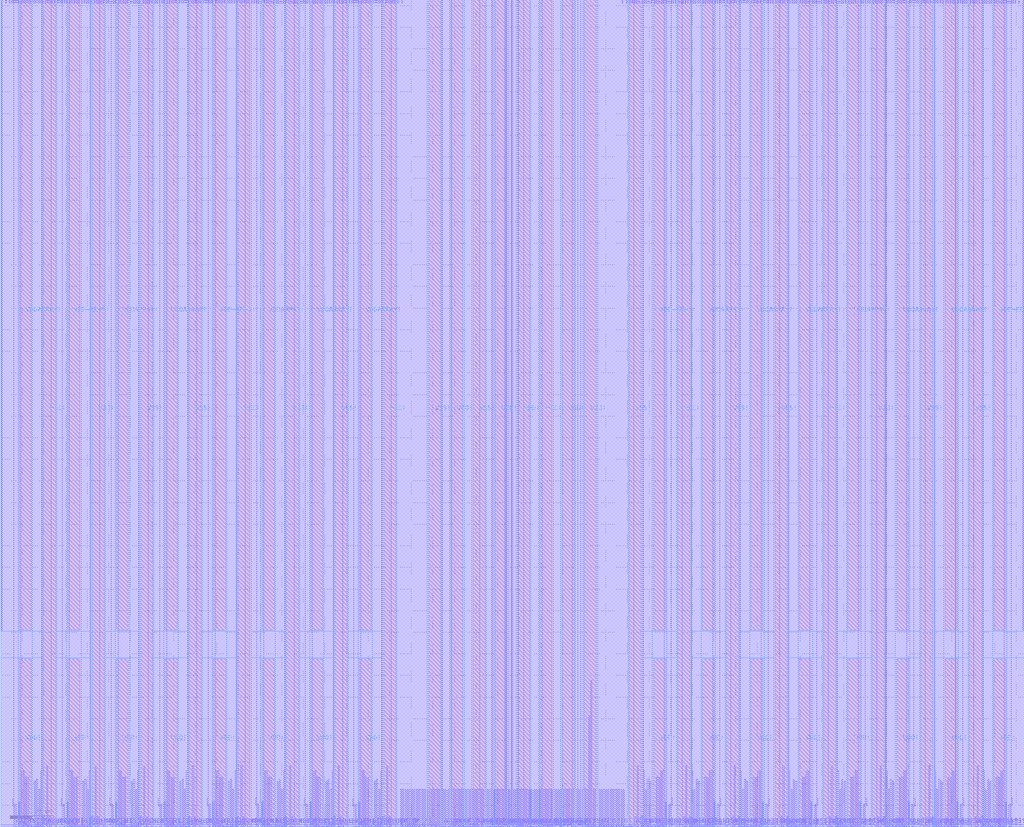
<source format=lef>
# ------------------------------------------------------
#
#		Copyright 2025 IHP PDK Authors
#
#		Licensed under the Apache License, Version 2.0 (the "License");
#		you may not use this file except in compliance with the License.
#		You may obtain a copy of the License at
#		
#		   https://www.apache.org/licenses/LICENSE-2.0
#		
#		Unless required by applicable law or agreed to in writing, software
#		distributed under the License is distributed on an "AS IS" BASIS,
#		WITHOUT WARRANTIES OR CONDITIONS OF ANY KIND, either express or implied.
#		See the License for the specific language governing permissions and
#		limitations under the License.
#		
#		Generated on Wed Aug 27 12:16:39 2025		
#
# ------------------------------------------------------ 
VERSION 5.7 ;
BUSBITCHARS "[]" ;
DIVIDERCHAR "/" ;

MACRO RM_IHPSG13_1P_512x16_c2_bm_bist
  CLASS BLOCK ;
  ORIGIN 0 0 ;
  FOREIGN RM_IHPSG13_1P_512x16_c2_bm_bist 0 0 ;
  SIZE 236.8 BY 191.34 ;
  SYMMETRY X Y R90 ;
  PIN A_DIN[8]
    DIRECTION INPUT ;
    USE SIGNAL ;
    ANTENNAPARTIALMETALAREA 1.794 LAYER Metal2 ;
    ANTENNAMODEL OXIDE1 ;
      ANTENNAGATEAREA 0.20085 LAYER Metal2 ;
      ANTENNAMAXAREACAR 9.838188 LAYER Metal2 ;
    PORT
      LAYER Metal2 ;
        RECT 154.57 0 154.83 0.26 ;
    END
  END A_DIN[8]
  PIN A_DIN[7]
    DIRECTION INPUT ;
    USE SIGNAL ;
    ANTENNAPARTIALMETALAREA 1.794 LAYER Metal2 ;
    ANTENNAMODEL OXIDE1 ;
      ANTENNAGATEAREA 0.20085 LAYER Metal2 ;
      ANTENNAMAXAREACAR 9.838188 LAYER Metal2 ;
    PORT
      LAYER Metal2 ;
        RECT 81.97 0 82.23 0.26 ;
    END
  END A_DIN[7]
  PIN A_BIST_DIN[8]
    DIRECTION INPUT ;
    USE SIGNAL ;
    ANTENNAPARTIALMETALAREA 1.6263 LAYER Metal2 ;
    ANTENNAMODEL OXIDE1 ;
      ANTENNAGATEAREA 0.20085 LAYER Metal2 ;
      ANTENNAMAXAREACAR 9.365945 LAYER Metal2 ;
    PORT
      LAYER Metal2 ;
        RECT 153.715 0 153.975 0.26 ;
    END
  END A_BIST_DIN[8]
  PIN A_BIST_DIN[7]
    DIRECTION INPUT ;
    USE SIGNAL ;
    ANTENNAPARTIALMETALAREA 1.6263 LAYER Metal2 ;
    ANTENNAMODEL OXIDE1 ;
      ANTENNAGATEAREA 0.20085 LAYER Metal2 ;
      ANTENNAMAXAREACAR 9.365945 LAYER Metal2 ;
    PORT
      LAYER Metal2 ;
        RECT 82.825 0 83.085 0.26 ;
    END
  END A_BIST_DIN[7]
  PIN A_BM[8]
    DIRECTION INPUT ;
    USE SIGNAL ;
    ANTENNAPARTIALMETALAREA 0.7215 LAYER Metal2 ;
    ANTENNAMODEL OXIDE1 ;
      ANTENNAGATEAREA 0.20085 LAYER Metal2 ;
      ANTENNAMAXAREACAR 4.498382 LAYER Metal2 ;
    PORT
      LAYER Metal2 ;
        RECT 146.73 0 146.99 0.26 ;
    END
  END A_BM[8]
  PIN A_BM[7]
    DIRECTION INPUT ;
    USE SIGNAL ;
    ANTENNAPARTIALMETALAREA 0.7215 LAYER Metal2 ;
    ANTENNAMODEL OXIDE1 ;
      ANTENNAGATEAREA 0.20085 LAYER Metal2 ;
      ANTENNAMAXAREACAR 4.498382 LAYER Metal2 ;
    PORT
      LAYER Metal2 ;
        RECT 89.81 0 90.07 0.26 ;
    END
  END A_BM[7]
  PIN A_BIST_BM[8]
    DIRECTION INPUT ;
    USE SIGNAL ;
    ANTENNAPARTIALMETALAREA 0.7605 LAYER Metal2 ;
    ANTENNAMODEL OXIDE1 ;
      ANTENNAGATEAREA 0.20085 LAYER Metal2 ;
      ANTENNAMAXAREACAR 5.055265 LAYER Metal2 ;
    PORT
      LAYER Metal2 ;
        RECT 148.105 0 148.365 0.26 ;
    END
  END A_BIST_BM[8]
  PIN A_BIST_BM[7]
    DIRECTION INPUT ;
    USE SIGNAL ;
    ANTENNAPARTIALMETALAREA 0.7605 LAYER Metal2 ;
    ANTENNAMODEL OXIDE1 ;
      ANTENNAGATEAREA 0.20085 LAYER Metal2 ;
      ANTENNAMAXAREACAR 5.055265 LAYER Metal2 ;
    PORT
      LAYER Metal2 ;
        RECT 88.435 0 88.695 0.26 ;
    END
  END A_BIST_BM[7]
  PIN A_DOUT[8]
    DIRECTION OUTPUT ;
    USE SIGNAL ;
    ANTENNAPARTIALMETALAREA 3.7095 LAYER Metal2 ;
    ANTENNADIFFAREA 0.988 LAYER Metal2 ;
    PORT
      LAYER Metal2 ;
        RECT 147.24 0 147.5 0.26 ;
    END
  END A_DOUT[8]
  PIN A_DOUT[7]
    DIRECTION OUTPUT ;
    USE SIGNAL ;
    ANTENNAPARTIALMETALAREA 3.7095 LAYER Metal2 ;
    ANTENNADIFFAREA 0.988 LAYER Metal2 ;
    PORT
      LAYER Metal2 ;
        RECT 89.3 0 89.56 0.26 ;
    END
  END A_DOUT[7]
  PIN VSS!
    DIRECTION INOUT ;
    USE GROUND ;
    NETEXPR "vss VSS!" ;
    PORT
      LAYER Metal4 ;
        RECT 224.11 0 226.92 191.34 ;
    END
    PORT
      LAYER Metal4 ;
        RECT 212.87 0 215.68 191.34 ;
    END
    PORT
      LAYER Metal4 ;
        RECT 201.63 0 204.44 191.34 ;
    END
    PORT
      LAYER Metal4 ;
        RECT 190.39 0 193.2 191.34 ;
    END
    PORT
      LAYER Metal4 ;
        RECT 179.15 0 181.96 191.34 ;
    END
    PORT
      LAYER Metal4 ;
        RECT 167.91 0 170.72 191.34 ;
    END
    PORT
      LAYER Metal4 ;
        RECT 156.67 0 159.48 191.34 ;
    END
    PORT
      LAYER Metal4 ;
        RECT 145.43 0 148.24 191.34 ;
    END
    PORT
      LAYER Metal4 ;
        RECT 135.02 0 137.83 191.34 ;
    END
    PORT
      LAYER Metal4 ;
        RECT 124.72 0 127.53 191.34 ;
    END
    PORT
      LAYER Metal4 ;
        RECT 109.27 0 112.08 191.34 ;
    END
    PORT
      LAYER Metal4 ;
        RECT 98.97 0 101.78 191.34 ;
    END
    PORT
      LAYER Metal4 ;
        RECT 88.56 0 91.37 191.34 ;
    END
    PORT
      LAYER Metal4 ;
        RECT 77.32 0 80.13 191.34 ;
    END
    PORT
      LAYER Metal4 ;
        RECT 66.08 0 68.89 191.34 ;
    END
    PORT
      LAYER Metal4 ;
        RECT 54.84 0 57.65 191.34 ;
    END
    PORT
      LAYER Metal4 ;
        RECT 43.6 0 46.41 191.34 ;
    END
    PORT
      LAYER Metal4 ;
        RECT 32.36 0 35.17 191.34 ;
    END
    PORT
      LAYER Metal4 ;
        RECT 21.12 0 23.93 191.34 ;
    END
    PORT
      LAYER Metal4 ;
        RECT 9.88 0 12.69 191.34 ;
    END
  END VSS!
  PIN VDD!
    DIRECTION INOUT ;
    USE POWER ;
    NETEXPR "vdd VDD!" ;
    PORT
      LAYER Metal4 ;
        RECT 229.73 0 232.54 38.825 ;
    END
    PORT
      LAYER Metal4 ;
        RECT 218.49 0 221.3 38.825 ;
    END
    PORT
      LAYER Metal4 ;
        RECT 207.25 0 210.06 38.825 ;
    END
    PORT
      LAYER Metal4 ;
        RECT 196.01 0 198.82 38.825 ;
    END
    PORT
      LAYER Metal4 ;
        RECT 184.77 0 187.58 38.825 ;
    END
    PORT
      LAYER Metal4 ;
        RECT 173.53 0 176.34 38.825 ;
    END
    PORT
      LAYER Metal4 ;
        RECT 162.29 0 165.1 38.825 ;
    END
    PORT
      LAYER Metal4 ;
        RECT 151.05 0 153.86 38.825 ;
    END
    PORT
      LAYER Metal4 ;
        RECT 129.87 0 132.68 191.34 ;
    END
    PORT
      LAYER Metal4 ;
        RECT 119.57 0 122.38 191.34 ;
    END
    PORT
      LAYER Metal4 ;
        RECT 114.42 0 117.23 191.34 ;
    END
    PORT
      LAYER Metal4 ;
        RECT 104.12 0 106.93 191.34 ;
    END
    PORT
      LAYER Metal4 ;
        RECT 82.94 0 85.75 38.825 ;
    END
    PORT
      LAYER Metal4 ;
        RECT 71.7 0 74.51 38.825 ;
    END
    PORT
      LAYER Metal4 ;
        RECT 60.46 0 63.27 38.825 ;
    END
    PORT
      LAYER Metal4 ;
        RECT 49.22 0 52.03 38.825 ;
    END
    PORT
      LAYER Metal4 ;
        RECT 37.98 0 40.79 38.825 ;
    END
    PORT
      LAYER Metal4 ;
        RECT 26.74 0 29.55 38.825 ;
    END
    PORT
      LAYER Metal4 ;
        RECT 15.5 0 18.31 38.825 ;
    END
    PORT
      LAYER Metal4 ;
        RECT 4.26 0 7.07 38.825 ;
    END
  END VDD!
  PIN VDDARRAY!
    DIRECTION INOUT ;
    USE POWER ;
    NETEXPR "vddarray VDDARRAY!" ;
    PORT
      LAYER Metal4 ;
        RECT 229.73 45.465 232.54 191.34 ;
    END
    PORT
      LAYER Metal4 ;
        RECT 218.49 45.465 221.3 191.34 ;
    END
    PORT
      LAYER Metal4 ;
        RECT 207.25 45.465 210.06 191.34 ;
    END
    PORT
      LAYER Metal4 ;
        RECT 196.01 45.465 198.82 191.34 ;
    END
    PORT
      LAYER Metal4 ;
        RECT 184.77 45.465 187.58 191.34 ;
    END
    PORT
      LAYER Metal4 ;
        RECT 173.53 45.465 176.34 191.34 ;
    END
    PORT
      LAYER Metal4 ;
        RECT 162.29 45.465 165.1 191.34 ;
    END
    PORT
      LAYER Metal4 ;
        RECT 151.05 45.465 153.86 191.34 ;
    END
    PORT
      LAYER Metal4 ;
        RECT 82.94 45.465 85.75 191.34 ;
    END
    PORT
      LAYER Metal4 ;
        RECT 71.7 45.465 74.51 191.34 ;
    END
    PORT
      LAYER Metal4 ;
        RECT 60.46 45.465 63.27 191.34 ;
    END
    PORT
      LAYER Metal4 ;
        RECT 49.22 45.465 52.03 191.34 ;
    END
    PORT
      LAYER Metal4 ;
        RECT 37.98 45.465 40.79 191.34 ;
    END
    PORT
      LAYER Metal4 ;
        RECT 26.74 45.465 29.55 191.34 ;
    END
    PORT
      LAYER Metal4 ;
        RECT 15.5 45.465 18.31 191.34 ;
    END
    PORT
      LAYER Metal4 ;
        RECT 4.26 45.465 7.07 191.34 ;
    END
  END VDDARRAY!
  PIN A_DIN[9]
    DIRECTION INPUT ;
    USE SIGNAL ;
    ANTENNAPARTIALMETALAREA 1.794 LAYER Metal2 ;
    ANTENNAMODEL OXIDE1 ;
      ANTENNAGATEAREA 0.20085 LAYER Metal2 ;
      ANTENNAMAXAREACAR 9.838188 LAYER Metal2 ;
    PORT
      LAYER Metal2 ;
        RECT 165.81 0 166.07 0.26 ;
    END
  END A_DIN[9]
  PIN A_DIN[6]
    DIRECTION INPUT ;
    USE SIGNAL ;
    ANTENNAPARTIALMETALAREA 1.794 LAYER Metal2 ;
    ANTENNAMODEL OXIDE1 ;
      ANTENNAGATEAREA 0.20085 LAYER Metal2 ;
      ANTENNAMAXAREACAR 9.838188 LAYER Metal2 ;
    PORT
      LAYER Metal2 ;
        RECT 70.73 0 70.99 0.26 ;
    END
  END A_DIN[6]
  PIN A_BIST_DIN[9]
    DIRECTION INPUT ;
    USE SIGNAL ;
    ANTENNAPARTIALMETALAREA 1.6263 LAYER Metal2 ;
    ANTENNAMODEL OXIDE1 ;
      ANTENNAGATEAREA 0.20085 LAYER Metal2 ;
      ANTENNAMAXAREACAR 9.365945 LAYER Metal2 ;
    PORT
      LAYER Metal2 ;
        RECT 164.955 0 165.215 0.26 ;
    END
  END A_BIST_DIN[9]
  PIN A_BIST_DIN[6]
    DIRECTION INPUT ;
    USE SIGNAL ;
    ANTENNAPARTIALMETALAREA 1.6263 LAYER Metal2 ;
    ANTENNAMODEL OXIDE1 ;
      ANTENNAGATEAREA 0.20085 LAYER Metal2 ;
      ANTENNAMAXAREACAR 9.365945 LAYER Metal2 ;
    PORT
      LAYER Metal2 ;
        RECT 71.585 0 71.845 0.26 ;
    END
  END A_BIST_DIN[6]
  PIN A_BM[9]
    DIRECTION INPUT ;
    USE SIGNAL ;
    ANTENNAPARTIALMETALAREA 0.7215 LAYER Metal2 ;
    ANTENNAMODEL OXIDE1 ;
      ANTENNAGATEAREA 0.20085 LAYER Metal2 ;
      ANTENNAMAXAREACAR 4.498382 LAYER Metal2 ;
    PORT
      LAYER Metal2 ;
        RECT 157.97 0 158.23 0.26 ;
    END
  END A_BM[9]
  PIN A_BM[6]
    DIRECTION INPUT ;
    USE SIGNAL ;
    ANTENNAPARTIALMETALAREA 0.7215 LAYER Metal2 ;
    ANTENNAMODEL OXIDE1 ;
      ANTENNAGATEAREA 0.20085 LAYER Metal2 ;
      ANTENNAMAXAREACAR 4.498382 LAYER Metal2 ;
    PORT
      LAYER Metal2 ;
        RECT 78.57 0 78.83 0.26 ;
    END
  END A_BM[6]
  PIN A_BIST_BM[9]
    DIRECTION INPUT ;
    USE SIGNAL ;
    ANTENNAPARTIALMETALAREA 0.7605 LAYER Metal2 ;
    ANTENNAMODEL OXIDE1 ;
      ANTENNAGATEAREA 0.20085 LAYER Metal2 ;
      ANTENNAMAXAREACAR 5.055265 LAYER Metal2 ;
    PORT
      LAYER Metal2 ;
        RECT 159.345 0 159.605 0.26 ;
    END
  END A_BIST_BM[9]
  PIN A_BIST_BM[6]
    DIRECTION INPUT ;
    USE SIGNAL ;
    ANTENNAPARTIALMETALAREA 0.7605 LAYER Metal2 ;
    ANTENNAMODEL OXIDE1 ;
      ANTENNAGATEAREA 0.20085 LAYER Metal2 ;
      ANTENNAMAXAREACAR 5.055265 LAYER Metal2 ;
    PORT
      LAYER Metal2 ;
        RECT 77.195 0 77.455 0.26 ;
    END
  END A_BIST_BM[6]
  PIN A_DOUT[9]
    DIRECTION OUTPUT ;
    USE SIGNAL ;
    ANTENNAPARTIALMETALAREA 3.7095 LAYER Metal2 ;
    ANTENNADIFFAREA 0.988 LAYER Metal2 ;
    PORT
      LAYER Metal2 ;
        RECT 158.48 0 158.74 0.26 ;
    END
  END A_DOUT[9]
  PIN A_DOUT[6]
    DIRECTION OUTPUT ;
    USE SIGNAL ;
    ANTENNAPARTIALMETALAREA 3.7095 LAYER Metal2 ;
    ANTENNADIFFAREA 0.988 LAYER Metal2 ;
    PORT
      LAYER Metal2 ;
        RECT 78.06 0 78.32 0.26 ;
    END
  END A_DOUT[6]
  PIN A_DIN[10]
    DIRECTION INPUT ;
    USE SIGNAL ;
    ANTENNAPARTIALMETALAREA 1.794 LAYER Metal2 ;
    ANTENNAMODEL OXIDE1 ;
      ANTENNAGATEAREA 0.20085 LAYER Metal2 ;
      ANTENNAMAXAREACAR 9.838188 LAYER Metal2 ;
    PORT
      LAYER Metal2 ;
        RECT 177.05 0 177.31 0.26 ;
    END
  END A_DIN[10]
  PIN A_DIN[5]
    DIRECTION INPUT ;
    USE SIGNAL ;
    ANTENNAPARTIALMETALAREA 1.794 LAYER Metal2 ;
    ANTENNAMODEL OXIDE1 ;
      ANTENNAGATEAREA 0.20085 LAYER Metal2 ;
      ANTENNAMAXAREACAR 9.838188 LAYER Metal2 ;
    PORT
      LAYER Metal2 ;
        RECT 59.49 0 59.75 0.26 ;
    END
  END A_DIN[5]
  PIN A_BIST_DIN[10]
    DIRECTION INPUT ;
    USE SIGNAL ;
    ANTENNAPARTIALMETALAREA 1.6263 LAYER Metal2 ;
    ANTENNAMODEL OXIDE1 ;
      ANTENNAGATEAREA 0.20085 LAYER Metal2 ;
      ANTENNAMAXAREACAR 9.365945 LAYER Metal2 ;
    PORT
      LAYER Metal2 ;
        RECT 176.195 0 176.455 0.26 ;
    END
  END A_BIST_DIN[10]
  PIN A_BIST_DIN[5]
    DIRECTION INPUT ;
    USE SIGNAL ;
    ANTENNAPARTIALMETALAREA 1.6263 LAYER Metal2 ;
    ANTENNAMODEL OXIDE1 ;
      ANTENNAGATEAREA 0.20085 LAYER Metal2 ;
      ANTENNAMAXAREACAR 9.365945 LAYER Metal2 ;
    PORT
      LAYER Metal2 ;
        RECT 60.345 0 60.605 0.26 ;
    END
  END A_BIST_DIN[5]
  PIN A_BM[10]
    DIRECTION INPUT ;
    USE SIGNAL ;
    ANTENNAPARTIALMETALAREA 0.7215 LAYER Metal2 ;
    ANTENNAMODEL OXIDE1 ;
      ANTENNAGATEAREA 0.20085 LAYER Metal2 ;
      ANTENNAMAXAREACAR 4.498382 LAYER Metal2 ;
    PORT
      LAYER Metal2 ;
        RECT 169.21 0 169.47 0.26 ;
    END
  END A_BM[10]
  PIN A_BM[5]
    DIRECTION INPUT ;
    USE SIGNAL ;
    ANTENNAPARTIALMETALAREA 0.7215 LAYER Metal2 ;
    ANTENNAMODEL OXIDE1 ;
      ANTENNAGATEAREA 0.20085 LAYER Metal2 ;
      ANTENNAMAXAREACAR 4.498382 LAYER Metal2 ;
    PORT
      LAYER Metal2 ;
        RECT 67.33 0 67.59 0.26 ;
    END
  END A_BM[5]
  PIN A_BIST_BM[10]
    DIRECTION INPUT ;
    USE SIGNAL ;
    ANTENNAPARTIALMETALAREA 0.7605 LAYER Metal2 ;
    ANTENNAMODEL OXIDE1 ;
      ANTENNAGATEAREA 0.20085 LAYER Metal2 ;
      ANTENNAMAXAREACAR 5.055265 LAYER Metal2 ;
    PORT
      LAYER Metal2 ;
        RECT 170.585 0 170.845 0.26 ;
    END
  END A_BIST_BM[10]
  PIN A_BIST_BM[5]
    DIRECTION INPUT ;
    USE SIGNAL ;
    ANTENNAPARTIALMETALAREA 0.7605 LAYER Metal2 ;
    ANTENNAMODEL OXIDE1 ;
      ANTENNAGATEAREA 0.20085 LAYER Metal2 ;
      ANTENNAMAXAREACAR 5.055265 LAYER Metal2 ;
    PORT
      LAYER Metal2 ;
        RECT 65.955 0 66.215 0.26 ;
    END
  END A_BIST_BM[5]
  PIN A_DOUT[10]
    DIRECTION OUTPUT ;
    USE SIGNAL ;
    ANTENNAPARTIALMETALAREA 3.7095 LAYER Metal2 ;
    ANTENNADIFFAREA 0.988 LAYER Metal2 ;
    PORT
      LAYER Metal2 ;
        RECT 169.72 0 169.98 0.26 ;
    END
  END A_DOUT[10]
  PIN A_DOUT[5]
    DIRECTION OUTPUT ;
    USE SIGNAL ;
    ANTENNAPARTIALMETALAREA 3.7095 LAYER Metal2 ;
    ANTENNADIFFAREA 0.988 LAYER Metal2 ;
    PORT
      LAYER Metal2 ;
        RECT 66.82 0 67.08 0.26 ;
    END
  END A_DOUT[5]
  PIN A_DIN[11]
    DIRECTION INPUT ;
    USE SIGNAL ;
    ANTENNAPARTIALMETALAREA 1.794 LAYER Metal2 ;
    ANTENNAMODEL OXIDE1 ;
      ANTENNAGATEAREA 0.20085 LAYER Metal2 ;
      ANTENNAMAXAREACAR 9.838188 LAYER Metal2 ;
    PORT
      LAYER Metal2 ;
        RECT 188.29 0 188.55 0.26 ;
    END
  END A_DIN[11]
  PIN A_DIN[4]
    DIRECTION INPUT ;
    USE SIGNAL ;
    ANTENNAPARTIALMETALAREA 1.794 LAYER Metal2 ;
    ANTENNAMODEL OXIDE1 ;
      ANTENNAGATEAREA 0.20085 LAYER Metal2 ;
      ANTENNAMAXAREACAR 9.838188 LAYER Metal2 ;
    PORT
      LAYER Metal2 ;
        RECT 48.25 0 48.51 0.26 ;
    END
  END A_DIN[4]
  PIN A_BIST_DIN[11]
    DIRECTION INPUT ;
    USE SIGNAL ;
    ANTENNAPARTIALMETALAREA 1.6263 LAYER Metal2 ;
    ANTENNAMODEL OXIDE1 ;
      ANTENNAGATEAREA 0.20085 LAYER Metal2 ;
      ANTENNAMAXAREACAR 9.365945 LAYER Metal2 ;
    PORT
      LAYER Metal2 ;
        RECT 187.435 0 187.695 0.26 ;
    END
  END A_BIST_DIN[11]
  PIN A_BIST_DIN[4]
    DIRECTION INPUT ;
    USE SIGNAL ;
    ANTENNAPARTIALMETALAREA 1.6263 LAYER Metal2 ;
    ANTENNAMODEL OXIDE1 ;
      ANTENNAGATEAREA 0.20085 LAYER Metal2 ;
      ANTENNAMAXAREACAR 9.365945 LAYER Metal2 ;
    PORT
      LAYER Metal2 ;
        RECT 49.105 0 49.365 0.26 ;
    END
  END A_BIST_DIN[4]
  PIN A_BM[11]
    DIRECTION INPUT ;
    USE SIGNAL ;
    ANTENNAPARTIALMETALAREA 0.7215 LAYER Metal2 ;
    ANTENNAMODEL OXIDE1 ;
      ANTENNAGATEAREA 0.20085 LAYER Metal2 ;
      ANTENNAMAXAREACAR 4.498382 LAYER Metal2 ;
    PORT
      LAYER Metal2 ;
        RECT 180.45 0 180.71 0.26 ;
    END
  END A_BM[11]
  PIN A_BM[4]
    DIRECTION INPUT ;
    USE SIGNAL ;
    ANTENNAPARTIALMETALAREA 0.7215 LAYER Metal2 ;
    ANTENNAMODEL OXIDE1 ;
      ANTENNAGATEAREA 0.20085 LAYER Metal2 ;
      ANTENNAMAXAREACAR 4.498382 LAYER Metal2 ;
    PORT
      LAYER Metal2 ;
        RECT 56.09 0 56.35 0.26 ;
    END
  END A_BM[4]
  PIN A_BIST_BM[11]
    DIRECTION INPUT ;
    USE SIGNAL ;
    ANTENNAPARTIALMETALAREA 0.7605 LAYER Metal2 ;
    ANTENNAMODEL OXIDE1 ;
      ANTENNAGATEAREA 0.20085 LAYER Metal2 ;
      ANTENNAMAXAREACAR 5.055265 LAYER Metal2 ;
    PORT
      LAYER Metal2 ;
        RECT 181.825 0 182.085 0.26 ;
    END
  END A_BIST_BM[11]
  PIN A_BIST_BM[4]
    DIRECTION INPUT ;
    USE SIGNAL ;
    ANTENNAPARTIALMETALAREA 0.7605 LAYER Metal2 ;
    ANTENNAMODEL OXIDE1 ;
      ANTENNAGATEAREA 0.20085 LAYER Metal2 ;
      ANTENNAMAXAREACAR 5.055265 LAYER Metal2 ;
    PORT
      LAYER Metal2 ;
        RECT 54.715 0 54.975 0.26 ;
    END
  END A_BIST_BM[4]
  PIN A_DOUT[11]
    DIRECTION OUTPUT ;
    USE SIGNAL ;
    ANTENNAPARTIALMETALAREA 3.7095 LAYER Metal2 ;
    ANTENNADIFFAREA 0.988 LAYER Metal2 ;
    PORT
      LAYER Metal2 ;
        RECT 180.96 0 181.22 0.26 ;
    END
  END A_DOUT[11]
  PIN A_DOUT[4]
    DIRECTION OUTPUT ;
    USE SIGNAL ;
    ANTENNAPARTIALMETALAREA 3.7095 LAYER Metal2 ;
    ANTENNADIFFAREA 0.988 LAYER Metal2 ;
    PORT
      LAYER Metal2 ;
        RECT 55.58 0 55.84 0.26 ;
    END
  END A_DOUT[4]
  PIN A_DIN[12]
    DIRECTION INPUT ;
    USE SIGNAL ;
    ANTENNAPARTIALMETALAREA 1.794 LAYER Metal2 ;
    ANTENNAMODEL OXIDE1 ;
      ANTENNAGATEAREA 0.20085 LAYER Metal2 ;
      ANTENNAMAXAREACAR 9.838188 LAYER Metal2 ;
    PORT
      LAYER Metal2 ;
        RECT 199.53 0 199.79 0.26 ;
    END
  END A_DIN[12]
  PIN A_DIN[3]
    DIRECTION INPUT ;
    USE SIGNAL ;
    ANTENNAPARTIALMETALAREA 1.794 LAYER Metal2 ;
    ANTENNAMODEL OXIDE1 ;
      ANTENNAGATEAREA 0.20085 LAYER Metal2 ;
      ANTENNAMAXAREACAR 9.838188 LAYER Metal2 ;
    PORT
      LAYER Metal2 ;
        RECT 37.01 0 37.27 0.26 ;
    END
  END A_DIN[3]
  PIN A_BIST_DIN[12]
    DIRECTION INPUT ;
    USE SIGNAL ;
    ANTENNAPARTIALMETALAREA 1.6263 LAYER Metal2 ;
    ANTENNAMODEL OXIDE1 ;
      ANTENNAGATEAREA 0.20085 LAYER Metal2 ;
      ANTENNAMAXAREACAR 9.365945 LAYER Metal2 ;
    PORT
      LAYER Metal2 ;
        RECT 198.675 0 198.935 0.26 ;
    END
  END A_BIST_DIN[12]
  PIN A_BIST_DIN[3]
    DIRECTION INPUT ;
    USE SIGNAL ;
    ANTENNAPARTIALMETALAREA 1.6263 LAYER Metal2 ;
    ANTENNAMODEL OXIDE1 ;
      ANTENNAGATEAREA 0.20085 LAYER Metal2 ;
      ANTENNAMAXAREACAR 9.365945 LAYER Metal2 ;
    PORT
      LAYER Metal2 ;
        RECT 37.865 0 38.125 0.26 ;
    END
  END A_BIST_DIN[3]
  PIN A_BM[12]
    DIRECTION INPUT ;
    USE SIGNAL ;
    ANTENNAPARTIALMETALAREA 0.7215 LAYER Metal2 ;
    ANTENNAMODEL OXIDE1 ;
      ANTENNAGATEAREA 0.20085 LAYER Metal2 ;
      ANTENNAMAXAREACAR 4.498382 LAYER Metal2 ;
    PORT
      LAYER Metal2 ;
        RECT 191.69 0 191.95 0.26 ;
    END
  END A_BM[12]
  PIN A_BM[3]
    DIRECTION INPUT ;
    USE SIGNAL ;
    ANTENNAPARTIALMETALAREA 0.7215 LAYER Metal2 ;
    ANTENNAMODEL OXIDE1 ;
      ANTENNAGATEAREA 0.20085 LAYER Metal2 ;
      ANTENNAMAXAREACAR 4.498382 LAYER Metal2 ;
    PORT
      LAYER Metal2 ;
        RECT 44.85 0 45.11 0.26 ;
    END
  END A_BM[3]
  PIN A_BIST_BM[12]
    DIRECTION INPUT ;
    USE SIGNAL ;
    ANTENNAPARTIALMETALAREA 0.7605 LAYER Metal2 ;
    ANTENNAMODEL OXIDE1 ;
      ANTENNAGATEAREA 0.20085 LAYER Metal2 ;
      ANTENNAMAXAREACAR 5.055265 LAYER Metal2 ;
    PORT
      LAYER Metal2 ;
        RECT 193.065 0 193.325 0.26 ;
    END
  END A_BIST_BM[12]
  PIN A_BIST_BM[3]
    DIRECTION INPUT ;
    USE SIGNAL ;
    ANTENNAPARTIALMETALAREA 0.7605 LAYER Metal2 ;
    ANTENNAMODEL OXIDE1 ;
      ANTENNAGATEAREA 0.20085 LAYER Metal2 ;
      ANTENNAMAXAREACAR 5.055265 LAYER Metal2 ;
    PORT
      LAYER Metal2 ;
        RECT 43.475 0 43.735 0.26 ;
    END
  END A_BIST_BM[3]
  PIN A_DOUT[12]
    DIRECTION OUTPUT ;
    USE SIGNAL ;
    ANTENNAPARTIALMETALAREA 3.7095 LAYER Metal2 ;
    ANTENNADIFFAREA 0.988 LAYER Metal2 ;
    PORT
      LAYER Metal2 ;
        RECT 192.2 0 192.46 0.26 ;
    END
  END A_DOUT[12]
  PIN A_DOUT[3]
    DIRECTION OUTPUT ;
    USE SIGNAL ;
    ANTENNAPARTIALMETALAREA 3.7095 LAYER Metal2 ;
    ANTENNADIFFAREA 0.988 LAYER Metal2 ;
    PORT
      LAYER Metal2 ;
        RECT 44.34 0 44.6 0.26 ;
    END
  END A_DOUT[3]
  PIN A_DIN[13]
    DIRECTION INPUT ;
    USE SIGNAL ;
    ANTENNAPARTIALMETALAREA 1.794 LAYER Metal2 ;
    ANTENNAMODEL OXIDE1 ;
      ANTENNAGATEAREA 0.20085 LAYER Metal2 ;
      ANTENNAMAXAREACAR 9.838188 LAYER Metal2 ;
    PORT
      LAYER Metal2 ;
        RECT 210.77 0 211.03 0.26 ;
    END
  END A_DIN[13]
  PIN A_DIN[2]
    DIRECTION INPUT ;
    USE SIGNAL ;
    ANTENNAPARTIALMETALAREA 1.794 LAYER Metal2 ;
    ANTENNAMODEL OXIDE1 ;
      ANTENNAGATEAREA 0.20085 LAYER Metal2 ;
      ANTENNAMAXAREACAR 9.838188 LAYER Metal2 ;
    PORT
      LAYER Metal2 ;
        RECT 25.77 0 26.03 0.26 ;
    END
  END A_DIN[2]
  PIN A_BIST_DIN[13]
    DIRECTION INPUT ;
    USE SIGNAL ;
    ANTENNAPARTIALMETALAREA 1.6263 LAYER Metal2 ;
    ANTENNAMODEL OXIDE1 ;
      ANTENNAGATEAREA 0.20085 LAYER Metal2 ;
      ANTENNAMAXAREACAR 9.365945 LAYER Metal2 ;
    PORT
      LAYER Metal2 ;
        RECT 209.915 0 210.175 0.26 ;
    END
  END A_BIST_DIN[13]
  PIN A_BIST_DIN[2]
    DIRECTION INPUT ;
    USE SIGNAL ;
    ANTENNAPARTIALMETALAREA 1.6263 LAYER Metal2 ;
    ANTENNAMODEL OXIDE1 ;
      ANTENNAGATEAREA 0.20085 LAYER Metal2 ;
      ANTENNAMAXAREACAR 9.365945 LAYER Metal2 ;
    PORT
      LAYER Metal2 ;
        RECT 26.625 0 26.885 0.26 ;
    END
  END A_BIST_DIN[2]
  PIN A_BM[13]
    DIRECTION INPUT ;
    USE SIGNAL ;
    ANTENNAPARTIALMETALAREA 0.7215 LAYER Metal2 ;
    ANTENNAMODEL OXIDE1 ;
      ANTENNAGATEAREA 0.20085 LAYER Metal2 ;
      ANTENNAMAXAREACAR 4.498382 LAYER Metal2 ;
    PORT
      LAYER Metal2 ;
        RECT 202.93 0 203.19 0.26 ;
    END
  END A_BM[13]
  PIN A_BM[2]
    DIRECTION INPUT ;
    USE SIGNAL ;
    ANTENNAPARTIALMETALAREA 0.7215 LAYER Metal2 ;
    ANTENNAMODEL OXIDE1 ;
      ANTENNAGATEAREA 0.20085 LAYER Metal2 ;
      ANTENNAMAXAREACAR 4.498382 LAYER Metal2 ;
    PORT
      LAYER Metal2 ;
        RECT 33.61 0 33.87 0.26 ;
    END
  END A_BM[2]
  PIN A_BIST_BM[13]
    DIRECTION INPUT ;
    USE SIGNAL ;
    ANTENNAPARTIALMETALAREA 0.7605 LAYER Metal2 ;
    ANTENNAMODEL OXIDE1 ;
      ANTENNAGATEAREA 0.20085 LAYER Metal2 ;
      ANTENNAMAXAREACAR 5.055265 LAYER Metal2 ;
    PORT
      LAYER Metal2 ;
        RECT 204.305 0 204.565 0.26 ;
    END
  END A_BIST_BM[13]
  PIN A_BIST_BM[2]
    DIRECTION INPUT ;
    USE SIGNAL ;
    ANTENNAPARTIALMETALAREA 0.7605 LAYER Metal2 ;
    ANTENNAMODEL OXIDE1 ;
      ANTENNAGATEAREA 0.20085 LAYER Metal2 ;
      ANTENNAMAXAREACAR 5.055265 LAYER Metal2 ;
    PORT
      LAYER Metal2 ;
        RECT 32.235 0 32.495 0.26 ;
    END
  END A_BIST_BM[2]
  PIN A_DOUT[13]
    DIRECTION OUTPUT ;
    USE SIGNAL ;
    ANTENNAPARTIALMETALAREA 3.7095 LAYER Metal2 ;
    ANTENNADIFFAREA 0.988 LAYER Metal2 ;
    PORT
      LAYER Metal2 ;
        RECT 203.44 0 203.7 0.26 ;
    END
  END A_DOUT[13]
  PIN A_DOUT[2]
    DIRECTION OUTPUT ;
    USE SIGNAL ;
    ANTENNAPARTIALMETALAREA 3.7095 LAYER Metal2 ;
    ANTENNADIFFAREA 0.988 LAYER Metal2 ;
    PORT
      LAYER Metal2 ;
        RECT 33.1 0 33.36 0.26 ;
    END
  END A_DOUT[2]
  PIN A_DIN[14]
    DIRECTION INPUT ;
    USE SIGNAL ;
    ANTENNAPARTIALMETALAREA 1.794 LAYER Metal2 ;
    ANTENNAMODEL OXIDE1 ;
      ANTENNAGATEAREA 0.20085 LAYER Metal2 ;
      ANTENNAMAXAREACAR 9.838188 LAYER Metal2 ;
    PORT
      LAYER Metal2 ;
        RECT 222.01 0 222.27 0.26 ;
    END
  END A_DIN[14]
  PIN A_DIN[1]
    DIRECTION INPUT ;
    USE SIGNAL ;
    ANTENNAPARTIALMETALAREA 1.794 LAYER Metal2 ;
    ANTENNAMODEL OXIDE1 ;
      ANTENNAGATEAREA 0.20085 LAYER Metal2 ;
      ANTENNAMAXAREACAR 9.838188 LAYER Metal2 ;
    PORT
      LAYER Metal2 ;
        RECT 14.53 0 14.79 0.26 ;
    END
  END A_DIN[1]
  PIN A_BIST_DIN[14]
    DIRECTION INPUT ;
    USE SIGNAL ;
    ANTENNAPARTIALMETALAREA 1.6263 LAYER Metal2 ;
    ANTENNAMODEL OXIDE1 ;
      ANTENNAGATEAREA 0.20085 LAYER Metal2 ;
      ANTENNAMAXAREACAR 9.365945 LAYER Metal2 ;
    PORT
      LAYER Metal2 ;
        RECT 221.155 0 221.415 0.26 ;
    END
  END A_BIST_DIN[14]
  PIN A_BIST_DIN[1]
    DIRECTION INPUT ;
    USE SIGNAL ;
    ANTENNAPARTIALMETALAREA 1.6263 LAYER Metal2 ;
    ANTENNAMODEL OXIDE1 ;
      ANTENNAGATEAREA 0.20085 LAYER Metal2 ;
      ANTENNAMAXAREACAR 9.365945 LAYER Metal2 ;
    PORT
      LAYER Metal2 ;
        RECT 15.385 0 15.645 0.26 ;
    END
  END A_BIST_DIN[1]
  PIN A_BM[14]
    DIRECTION INPUT ;
    USE SIGNAL ;
    ANTENNAPARTIALMETALAREA 0.7215 LAYER Metal2 ;
    ANTENNAMODEL OXIDE1 ;
      ANTENNAGATEAREA 0.20085 LAYER Metal2 ;
      ANTENNAMAXAREACAR 4.498382 LAYER Metal2 ;
    PORT
      LAYER Metal2 ;
        RECT 214.17 0 214.43 0.26 ;
    END
  END A_BM[14]
  PIN A_BM[1]
    DIRECTION INPUT ;
    USE SIGNAL ;
    ANTENNAPARTIALMETALAREA 0.7215 LAYER Metal2 ;
    ANTENNAMODEL OXIDE1 ;
      ANTENNAGATEAREA 0.20085 LAYER Metal2 ;
      ANTENNAMAXAREACAR 4.498382 LAYER Metal2 ;
    PORT
      LAYER Metal2 ;
        RECT 22.37 0 22.63 0.26 ;
    END
  END A_BM[1]
  PIN A_BIST_BM[14]
    DIRECTION INPUT ;
    USE SIGNAL ;
    ANTENNAPARTIALMETALAREA 0.7605 LAYER Metal2 ;
    ANTENNAMODEL OXIDE1 ;
      ANTENNAGATEAREA 0.20085 LAYER Metal2 ;
      ANTENNAMAXAREACAR 5.055265 LAYER Metal2 ;
    PORT
      LAYER Metal2 ;
        RECT 215.545 0 215.805 0.26 ;
    END
  END A_BIST_BM[14]
  PIN A_BIST_BM[1]
    DIRECTION INPUT ;
    USE SIGNAL ;
    ANTENNAPARTIALMETALAREA 0.7605 LAYER Metal2 ;
    ANTENNAMODEL OXIDE1 ;
      ANTENNAGATEAREA 0.20085 LAYER Metal2 ;
      ANTENNAMAXAREACAR 5.055265 LAYER Metal2 ;
    PORT
      LAYER Metal2 ;
        RECT 20.995 0 21.255 0.26 ;
    END
  END A_BIST_BM[1]
  PIN A_DOUT[14]
    DIRECTION OUTPUT ;
    USE SIGNAL ;
    ANTENNAPARTIALMETALAREA 3.7095 LAYER Metal2 ;
    ANTENNADIFFAREA 0.988 LAYER Metal2 ;
    PORT
      LAYER Metal2 ;
        RECT 214.68 0 214.94 0.26 ;
    END
  END A_DOUT[14]
  PIN A_DOUT[1]
    DIRECTION OUTPUT ;
    USE SIGNAL ;
    ANTENNAPARTIALMETALAREA 3.7095 LAYER Metal2 ;
    ANTENNADIFFAREA 0.988 LAYER Metal2 ;
    PORT
      LAYER Metal2 ;
        RECT 21.86 0 22.12 0.26 ;
    END
  END A_DOUT[1]
  PIN A_DIN[15]
    DIRECTION INPUT ;
    USE SIGNAL ;
    ANTENNAPARTIALMETALAREA 1.794 LAYER Metal2 ;
    ANTENNAMODEL OXIDE1 ;
      ANTENNAGATEAREA 0.20085 LAYER Metal2 ;
      ANTENNAMAXAREACAR 9.838188 LAYER Metal2 ;
    PORT
      LAYER Metal2 ;
        RECT 233.25 0 233.51 0.26 ;
    END
  END A_DIN[15]
  PIN A_DIN[0]
    DIRECTION INPUT ;
    USE SIGNAL ;
    ANTENNAPARTIALMETALAREA 1.794 LAYER Metal2 ;
    ANTENNAMODEL OXIDE1 ;
      ANTENNAGATEAREA 0.20085 LAYER Metal2 ;
      ANTENNAMAXAREACAR 9.838188 LAYER Metal2 ;
    PORT
      LAYER Metal2 ;
        RECT 3.29 0 3.55 0.26 ;
    END
  END A_DIN[0]
  PIN A_BIST_DIN[15]
    DIRECTION INPUT ;
    USE SIGNAL ;
    ANTENNAPARTIALMETALAREA 1.6263 LAYER Metal2 ;
    ANTENNAMODEL OXIDE1 ;
      ANTENNAGATEAREA 0.20085 LAYER Metal2 ;
      ANTENNAMAXAREACAR 9.365945 LAYER Metal2 ;
    PORT
      LAYER Metal2 ;
        RECT 232.395 0 232.655 0.26 ;
    END
  END A_BIST_DIN[15]
  PIN A_BIST_DIN[0]
    DIRECTION INPUT ;
    USE SIGNAL ;
    ANTENNAPARTIALMETALAREA 1.6263 LAYER Metal2 ;
    ANTENNAMODEL OXIDE1 ;
      ANTENNAGATEAREA 0.20085 LAYER Metal2 ;
      ANTENNAMAXAREACAR 9.365945 LAYER Metal2 ;
    PORT
      LAYER Metal2 ;
        RECT 4.145 0 4.405 0.26 ;
    END
  END A_BIST_DIN[0]
  PIN A_BM[15]
    DIRECTION INPUT ;
    USE SIGNAL ;
    ANTENNAPARTIALMETALAREA 0.7215 LAYER Metal2 ;
    ANTENNAMODEL OXIDE1 ;
      ANTENNAGATEAREA 0.20085 LAYER Metal2 ;
      ANTENNAMAXAREACAR 4.498382 LAYER Metal2 ;
    PORT
      LAYER Metal2 ;
        RECT 225.41 0 225.67 0.26 ;
    END
  END A_BM[15]
  PIN A_BM[0]
    DIRECTION INPUT ;
    USE SIGNAL ;
    ANTENNAPARTIALMETALAREA 0.7215 LAYER Metal2 ;
    ANTENNAMODEL OXIDE1 ;
      ANTENNAGATEAREA 0.20085 LAYER Metal2 ;
      ANTENNAMAXAREACAR 4.498382 LAYER Metal2 ;
    PORT
      LAYER Metal2 ;
        RECT 11.13 0 11.39 0.26 ;
    END
  END A_BM[0]
  PIN A_BIST_BM[15]
    DIRECTION INPUT ;
    USE SIGNAL ;
    ANTENNAPARTIALMETALAREA 0.7605 LAYER Metal2 ;
    ANTENNAMODEL OXIDE1 ;
      ANTENNAGATEAREA 0.20085 LAYER Metal2 ;
      ANTENNAMAXAREACAR 5.055265 LAYER Metal2 ;
    PORT
      LAYER Metal2 ;
        RECT 226.785 0 227.045 0.26 ;
    END
  END A_BIST_BM[15]
  PIN A_BIST_BM[0]
    DIRECTION INPUT ;
    USE SIGNAL ;
    ANTENNAPARTIALMETALAREA 0.7605 LAYER Metal2 ;
    ANTENNAMODEL OXIDE1 ;
      ANTENNAGATEAREA 0.20085 LAYER Metal2 ;
      ANTENNAMAXAREACAR 5.055265 LAYER Metal2 ;
    PORT
      LAYER Metal2 ;
        RECT 9.755 0 10.015 0.26 ;
    END
  END A_BIST_BM[0]
  PIN A_DOUT[15]
    DIRECTION OUTPUT ;
    USE SIGNAL ;
    ANTENNAPARTIALMETALAREA 3.7095 LAYER Metal2 ;
    ANTENNADIFFAREA 0.988 LAYER Metal2 ;
    PORT
      LAYER Metal2 ;
        RECT 225.92 0 226.18 0.26 ;
    END
  END A_DOUT[15]
  PIN A_DOUT[0]
    DIRECTION OUTPUT ;
    USE SIGNAL ;
    ANTENNAPARTIALMETALAREA 3.7095 LAYER Metal2 ;
    ANTENNADIFFAREA 0.988 LAYER Metal2 ;
    PORT
      LAYER Metal2 ;
        RECT 10.62 0 10.88 0.26 ;
    END
  END A_DOUT[0]
  PIN A_ADDR[0]
    DIRECTION INPUT ;
    USE SIGNAL ;
    ANTENNAPARTIALMETALAREA 8.9011 LAYER Metal2 ;
    ANTENNAMODEL OXIDE1 ;
      ANTENNAGATEAREA 0.20085 LAYER Metal2 ;
      ANTENNAMAXAREACAR 45.223301 LAYER Metal2 ;
    PORT
      LAYER Metal2 ;
        RECT 114.6 0 114.86 0.26 ;
    END
  END A_ADDR[0]
  PIN A_BIST_ADDR[0]
    DIRECTION INPUT ;
    USE SIGNAL ;
    ANTENNAPARTIALMETALAREA 9.6967 LAYER Metal2 ;
    ANTENNAMODEL OXIDE1 ;
      ANTENNAGATEAREA 0.20085 LAYER Metal2 ;
      ANTENNAMAXAREACAR 49.184466 LAYER Metal2 ;
    PORT
      LAYER Metal2 ;
        RECT 119.19 0 119.45 0.26 ;
    END
  END A_BIST_ADDR[0]
  PIN A_ADDR[1]
    DIRECTION INPUT ;
    USE SIGNAL ;
    ANTENNAPARTIALMETALAREA 7.774 LAYER Metal2 ;
    ANTENNAMODEL OXIDE1 ;
      ANTENNAGATEAREA 0.20085 LAYER Metal2 ;
      ANTENNAMAXAREACAR 39.656958 LAYER Metal2 ;
    PORT
      LAYER Metal2 ;
        RECT 114.09 0 114.35 0.26 ;
    END
  END A_ADDR[1]
  PIN A_BIST_ADDR[1]
    DIRECTION INPUT ;
    USE SIGNAL ;
    ANTENNAPARTIALMETALAREA 8.5696 LAYER Metal2 ;
    ANTENNAMODEL OXIDE1 ;
      ANTENNAGATEAREA 0.20085 LAYER Metal2 ;
      ANTENNAMAXAREACAR 43.618123 LAYER Metal2 ;
    PORT
      LAYER Metal2 ;
        RECT 118.68 0 118.94 0.26 ;
    END
  END A_BIST_ADDR[1]
  PIN A_ADDR[2]
    DIRECTION INPUT ;
    USE SIGNAL ;
    ANTENNAPARTIALMETALAREA 10.6327 LAYER Metal2 ;
    ANTENNAPARTIALMETALAREA 1.5246 LAYER Metal3 ;
    ANTENNAPARTIALCUTAREA 0.0722 LAYER Via2 ;
    ANTENNAMODEL OXIDE1 ;
      ANTENNAGATEAREA 0.20085 LAYER Metal3 ;
      ANTENNAMAXAREACAR 9.415982 LAYER Metal3 ;
    PORT
      LAYER Metal2 ;
        RECT 122.25 0 122.51 0.26 ;
    END
  END A_ADDR[2]
  PIN A_BIST_ADDR[2]
    DIRECTION INPUT ;
    USE SIGNAL ;
    ANTENNAPARTIALMETALAREA 10.6327 LAYER Metal2 ;
    ANTENNAPARTIALMETALAREA 1.0962 LAYER Metal3 ;
    ANTENNAPARTIALCUTAREA 0.0722 LAYER Via2 ;
    ANTENNAMODEL OXIDE1 ;
      ANTENNAGATEAREA 0.20085 LAYER Metal3 ;
      ANTENNAMAXAREACAR 7.813791 LAYER Metal3 ;
    PORT
      LAYER Metal2 ;
        RECT 122.76 0 123.02 0.26 ;
    END
  END A_BIST_ADDR[2]
  PIN A_ADDR[3]
    DIRECTION INPUT ;
    USE SIGNAL ;
    ANTENNAPARTIALMETALAREA 10.6327 LAYER Metal2 ;
    ANTENNAPARTIALMETALAREA 3.8367 LAYER Metal3 ;
    ANTENNAPARTIALCUTAREA 0.0722 LAYER Via2 ;
    ANTENNAMODEL OXIDE1 ;
      ANTENNAGATEAREA 0.20085 LAYER Metal3 ;
      ANTENNAMAXAREACAR 20.927558 LAYER Metal3 ;
    PORT
      LAYER Metal2 ;
        RECT 121.23 0 121.49 0.26 ;
    END
  END A_ADDR[3]
  PIN A_BIST_ADDR[3]
    DIRECTION INPUT ;
    USE SIGNAL ;
    ANTENNAPARTIALMETALAREA 10.6327 LAYER Metal2 ;
    ANTENNAPARTIALMETALAREA 3.5175 LAYER Metal3 ;
    ANTENNAPARTIALCUTAREA 0.0722 LAYER Via2 ;
    ANTENNAMODEL OXIDE1 ;
      ANTENNAGATEAREA 0.20085 LAYER Metal3 ;
      ANTENNAMAXAREACAR 19.869057 LAYER Metal3 ;
    PORT
      LAYER Metal2 ;
        RECT 121.74 0 122 0.26 ;
    END
  END A_BIST_ADDR[3]
  PIN A_ADDR[4]
    DIRECTION INPUT ;
    USE SIGNAL ;
    ANTENNAPARTIALMETALAREA 12.1979 LAYER Metal2 ;
    ANTENNAMODEL OXIDE1 ;
      ANTENNAGATEAREA 0.20085 LAYER Metal2 ;
      ANTENNAMAXAREACAR 61.63754 LAYER Metal2 ;
    PORT
      LAYER Metal2 ;
        RECT 124.8 0 125.06 0.26 ;
    END
  END A_ADDR[4]
  PIN A_BIST_ADDR[4]
    DIRECTION INPUT ;
    USE SIGNAL ;
    ANTENNAPARTIALMETALAREA 11.9327 LAYER Metal2 ;
    ANTENNAMODEL OXIDE1 ;
      ANTENNAGATEAREA 0.20085 LAYER Metal2 ;
      ANTENNAMAXAREACAR 60.317152 LAYER Metal2 ;
    PORT
      LAYER Metal2 ;
        RECT 124.29 0 124.55 0.26 ;
    END
  END A_BIST_ADDR[4]
  PIN A_ADDR[5]
    DIRECTION INPUT ;
    USE SIGNAL ;
    ANTENNAPARTIALMETALAREA 13.9269 LAYER Metal2 ;
    ANTENNAMODEL OXIDE1 ;
      ANTENNAGATEAREA 0.20085 LAYER Metal2 ;
      ANTENNAMAXAREACAR 70.245955 LAYER Metal2 ;
    PORT
      LAYER Metal2 ;
        RECT 123.78 0 124.04 0.26 ;
    END
  END A_ADDR[5]
  PIN A_BIST_ADDR[5]
    DIRECTION INPUT ;
    USE SIGNAL ;
    ANTENNAPARTIALMETALAREA 13.6617 LAYER Metal2 ;
    ANTENNAMODEL OXIDE1 ;
      ANTENNAGATEAREA 0.20085 LAYER Metal2 ;
      ANTENNAMAXAREACAR 68.925566 LAYER Metal2 ;
    PORT
      LAYER Metal2 ;
        RECT 123.27 0 123.53 0.26 ;
    END
  END A_BIST_ADDR[5]
  PIN A_ADDR[6]
    DIRECTION INPUT ;
    USE SIGNAL ;
    ANTENNAPARTIALMETALAREA 10.9525 LAYER Metal2 ;
    ANTENNAMODEL OXIDE1 ;
      ANTENNAGATEAREA 0.20085 LAYER Metal2 ;
      ANTENNAMAXAREACAR 55.436893 LAYER Metal2 ;
    PORT
      LAYER Metal2 ;
        RECT 102.36 0 102.62 0.26 ;
    END
  END A_ADDR[6]
  PIN A_BIST_ADDR[6]
    DIRECTION INPUT ;
    USE SIGNAL ;
    ANTENNAPARTIALMETALAREA 10.6771 LAYER Metal2 ;
    ANTENNAMODEL OXIDE1 ;
      ANTENNAGATEAREA 0.20085 LAYER Metal2 ;
      ANTENNAMAXAREACAR 54.065721 LAYER Metal2 ;
    PORT
      LAYER Metal2 ;
        RECT 102.87 0 103.13 0.26 ;
    END
  END A_BIST_ADDR[6]
  PIN A_ADDR[7]
    DIRECTION INPUT ;
    USE SIGNAL ;
    ANTENNAPARTIALMETALAREA 12.4163 LAYER Metal2 ;
    ANTENNAMODEL OXIDE1 ;
      ANTENNAGATEAREA 0.20085 LAYER Metal2 ;
      ANTENNAMAXAREACAR 62.724919 LAYER Metal2 ;
    PORT
      LAYER Metal2 ;
        RECT 103.38 0 103.64 0.26 ;
    END
  END A_ADDR[7]
  PIN A_BIST_ADDR[7]
    DIRECTION INPUT ;
    USE SIGNAL ;
    ANTENNAPARTIALMETALAREA 12.1511 LAYER Metal2 ;
    ANTENNAMODEL OXIDE1 ;
      ANTENNAGATEAREA 0.20085 LAYER Metal2 ;
      ANTENNAMAXAREACAR 61.404531 LAYER Metal2 ;
    PORT
      LAYER Metal2 ;
        RECT 103.89 0 104.15 0.26 ;
    END
  END A_BIST_ADDR[7]
  PIN A_ADDR[8]
    DIRECTION INPUT ;
    USE SIGNAL ;
    ANTENNAPARTIALMETALAREA 10.3675 LAYER Metal2 ;
    ANTENNAPARTIALMETALAREA 1.5897 LAYER Metal3 ;
    ANTENNAPARTIALCUTAREA 0.0722 LAYER Via2 ;
    ANTENNAMODEL OXIDE1 ;
      ANTENNAGATEAREA 0.20085 LAYER Metal3 ;
      ANTENNAMAXAREACAR 9.740105 LAYER Metal3 ;
    PORT
      LAYER Metal2 ;
        RECT 132.45 0 132.71 0.26 ;
    END
  END A_ADDR[8]
  PIN A_BIST_ADDR[8]
    DIRECTION INPUT ;
    USE SIGNAL ;
    ANTENNAPARTIALMETALAREA 10.3675 LAYER Metal2 ;
    ANTENNAPARTIALMETALAREA 1.3755 LAYER Metal3 ;
    ANTENNAPARTIALCUTAREA 0.0722 LAYER Via2 ;
    ANTENNAMODEL OXIDE1 ;
      ANTENNAGATEAREA 0.20085 LAYER Metal3 ;
      ANTENNAMAXAREACAR 9.204381 LAYER Metal3 ;
    PORT
      LAYER Metal2 ;
        RECT 132.96 0 133.22 0.26 ;
    END
  END A_BIST_ADDR[8]
  PIN A_CLK
    DIRECTION INPUT ;
    USE SIGNAL ;
    ANTENNAPARTIALMETALAREA 4.0547 LAYER Metal2 ;
    ANTENNAMODEL OXIDE1 ;
      ANTENNAGATEAREA 0.20085 LAYER Metal2 ;
      ANTENNAMAXAREACAR 21.093851 LAYER Metal2 ;
    PORT
      LAYER Metal2 ;
        RECT 112.56 0 112.82 0.26 ;
    END
  END A_CLK
  PIN A_REN
    DIRECTION INPUT ;
    USE SIGNAL ;
    ANTENNAPARTIALMETALAREA 3.99505 LAYER Metal2 ;
    ANTENNAMODEL OXIDE1 ;
      ANTENNAGATEAREA 0.20085 LAYER Metal2 ;
      ANTENNAMAXAREACAR 20.796863 LAYER Metal2 ;
    PORT
      LAYER Metal2 ;
        RECT 116.13 0 116.39 0.26 ;
    END
  END A_REN
  PIN A_WEN
    DIRECTION INPUT ;
    USE SIGNAL ;
    ANTENNAPARTIALMETALAREA 2.8847 LAYER Metal2 ;
    ANTENNAMODEL OXIDE1 ;
      ANTENNAGATEAREA 0.20085 LAYER Metal2 ;
      ANTENNAMAXAREACAR 15.268608 LAYER Metal2 ;
    PORT
      LAYER Metal2 ;
        RECT 115.62 0 115.88 0.26 ;
    END
  END A_WEN
  PIN A_MEN
    DIRECTION INPUT ;
    USE SIGNAL ;
    ANTENNAPARTIALMETALAREA 3.0247 LAYER Metal2 ;
    ANTENNAMODEL OXIDE1 ;
      ANTENNAGATEAREA 0.20085 LAYER Metal2 ;
      ANTENNAMAXAREACAR 15.965646 LAYER Metal2 ;
    PORT
      LAYER Metal2 ;
        RECT 113.07 0 113.33 0.26 ;
    END
  END A_MEN
  PIN A_DLY
    DIRECTION INPUT ;
    USE SIGNAL ;
    ANTENNAPARTIALMETALAREA 6.058 LAYER Metal2 ;
    ANTENNAMODEL OXIDE1 ;
      ANTENNAGATEAREA 0.3367 LAYER Metal2 ;
      ANTENNAMAXAREACAR 18.532819 LAYER Metal2 ;
    PORT
      LAYER Metal2 ;
        RECT 134.49 0 134.75 0.26 ;
    END
  END A_DLY
  PIN A_BIST_EN
    DIRECTION INPUT ;
    USE SIGNAL ;
    ANTENNAPARTIALMETALAREA 3.9871 LAYER Metal2 ;
    ANTENNAPARTIALMETALAREA 114.62575 LAYER Metal3 ;
    ANTENNAPARTIALCUTAREA 0.0722 LAYER Via2 ;
    ANTENNAMODEL OXIDE1 ;
      ANTENNAGATEAREA 1.43 LAYER Metal2 ;
      ANTENNAGATEAREA 16.0875 LAYER Metal3 ;
      ANTENNAMAXAREACAR 3.213636 LAYER Metal2 ;
      ANTENNAMAXAREACAR 17.397871 LAYER Metal3 ;
      ANTENNAMAXCUTCAR 0.151469 LAYER Via2 ;
    PORT
      LAYER Metal2 ;
        RECT 115.11 0 115.37 0.26 ;
    END
  END A_BIST_EN
  PIN A_BIST_CLK
    DIRECTION INPUT ;
    USE SIGNAL ;
    ANTENNAPARTIALMETALAREA 4.1639 LAYER Metal2 ;
    ANTENNAMODEL OXIDE1 ;
      ANTENNAGATEAREA 0.20085 LAYER Metal2 ;
      ANTENNAMAXAREACAR 21.953448 LAYER Metal2 ;
    PORT
      LAYER Metal2 ;
        RECT 111.03 0 111.29 0.26 ;
    END
  END A_BIST_CLK
  PIN A_BIST_REN
    DIRECTION INPUT ;
    USE SIGNAL ;
    ANTENNAPARTIALMETALAREA 4.1119 LAYER Metal2 ;
    ANTENNAMODEL OXIDE1 ;
      ANTENNAGATEAREA 0.20085 LAYER Metal2 ;
      ANTENNAMAXAREACAR 21.694548 LAYER Metal2 ;
    PORT
      LAYER Metal2 ;
        RECT 117.66 0 117.92 0.26 ;
    END
  END A_BIST_REN
  PIN A_BIST_WEN
    DIRECTION INPUT ;
    USE SIGNAL ;
    ANTENNAPARTIALMETALAREA 2.9051 LAYER Metal2 ;
    ANTENNAMODEL OXIDE1 ;
      ANTENNAGATEAREA 0.20085 LAYER Metal2 ;
      ANTENNAMAXAREACAR 15.686084 LAYER Metal2 ;
    PORT
      LAYER Metal2 ;
        RECT 117.15 0 117.41 0.26 ;
    END
  END A_BIST_WEN
  PIN A_BIST_MEN
    DIRECTION INPUT ;
    USE SIGNAL ;
    ANTENNAPARTIALMETALAREA 2.8977 LAYER Metal2 ;
    ANTENNAMODEL OXIDE1 ;
      ANTENNAGATEAREA 0.20085 LAYER Metal2 ;
      ANTENNAMAXAREACAR 15.649241 LAYER Metal2 ;
    PORT
      LAYER Metal2 ;
        RECT 111.54 0 111.8 0.26 ;
    END
  END A_BIST_MEN
  OBS
    LAYER Metal1 ;
      RECT 0 0 236.8 191.34 ;
    LAYER Metal2 ;
      RECT 0.105 45.465 0.305 191.315 ;
      RECT 1.1 190.585 1.3 191.315 ;
      RECT 3.29 0.52 3.55 5.16 ;
      RECT 2.77 4.9 3.55 5.16 ;
      RECT 2.77 4.9 3.03 6.64 ;
      RECT 1.92 190.585 2.12 191.315 ;
      RECT 2.415 190.585 2.615 191.315 ;
      RECT 2.915 190.585 3.115 191.315 ;
      RECT 3.415 190.585 3.615 191.315 ;
      RECT 3.91 190.585 4.11 191.315 ;
      RECT 4.655 0.17 5.425 0.94 ;
      RECT 4.655 0.17 4.915 12.9 ;
      RECT 5.165 0.17 5.425 12.9 ;
      RECT 4.145 0.52 4.405 5.815 ;
      RECT 4.73 190.585 4.93 191.315 ;
      RECT 5.675 0.17 6.445 0.43 ;
      RECT 5.675 0.17 5.935 11.5 ;
      RECT 6.185 0.17 6.445 11.5 ;
      RECT 5.225 190.585 5.425 191.315 ;
      RECT 5.725 190.585 5.925 191.315 ;
      RECT 6.225 190.585 6.425 191.315 ;
      RECT 7.715 0.17 8.485 0.43 ;
      RECT 7.715 0.17 7.975 10.48 ;
      RECT 8.225 0.17 8.485 10.99 ;
      RECT 6.72 190.585 6.92 191.315 ;
      RECT 7.54 190.585 7.74 191.315 ;
      RECT 8.735 0.17 9.505 0.94 ;
      RECT 8.735 0.17 8.995 8.7 ;
      RECT 9.245 0.17 9.505 12.9 ;
      RECT 8.035 190.585 8.235 191.315 ;
      RECT 8.535 190.585 8.735 191.315 ;
      RECT 9.035 190.585 9.235 191.315 ;
      RECT 9.53 190.585 9.73 191.315 ;
      RECT 9.755 0.52 10.015 2.485 ;
      RECT 10.35 190.585 10.55 191.315 ;
      RECT 10.62 0.52 10.88 14.11 ;
      RECT 10.845 190.585 11.045 191.315 ;
      RECT 11.13 0.52 11.39 2.335 ;
      RECT 11.345 190.585 11.545 191.315 ;
      RECT 11.845 190.585 12.045 191.315 ;
      RECT 12.34 190.585 12.54 191.315 ;
      RECT 14.53 0.52 14.79 5.16 ;
      RECT 14.01 4.9 14.79 5.16 ;
      RECT 14.01 4.9 14.27 6.64 ;
      RECT 13.16 190.585 13.36 191.315 ;
      RECT 13.655 190.585 13.855 191.315 ;
      RECT 14.155 190.585 14.355 191.315 ;
      RECT 14.655 190.585 14.855 191.315 ;
      RECT 15.15 190.585 15.35 191.315 ;
      RECT 15.895 0.17 16.665 0.94 ;
      RECT 15.895 0.17 16.155 12.9 ;
      RECT 16.405 0.17 16.665 12.9 ;
      RECT 15.385 0.52 15.645 5.815 ;
      RECT 15.97 190.585 16.17 191.315 ;
      RECT 16.915 0.17 17.685 0.43 ;
      RECT 16.915 0.17 17.175 11.5 ;
      RECT 17.425 0.17 17.685 11.5 ;
      RECT 16.465 190.585 16.665 191.315 ;
      RECT 16.965 190.585 17.165 191.315 ;
      RECT 17.465 190.585 17.665 191.315 ;
      RECT 18.955 0.17 19.725 0.43 ;
      RECT 18.955 0.17 19.215 10.48 ;
      RECT 19.465 0.17 19.725 10.99 ;
      RECT 17.96 190.585 18.16 191.315 ;
      RECT 18.78 190.585 18.98 191.315 ;
      RECT 19.975 0.17 20.745 0.94 ;
      RECT 19.975 0.17 20.235 8.7 ;
      RECT 20.485 0.17 20.745 12.9 ;
      RECT 19.275 190.585 19.475 191.315 ;
      RECT 19.775 190.585 19.975 191.315 ;
      RECT 20.275 190.585 20.475 191.315 ;
      RECT 20.77 190.585 20.97 191.315 ;
      RECT 20.995 0.52 21.255 2.485 ;
      RECT 21.59 190.585 21.79 191.315 ;
      RECT 21.86 0.52 22.12 14.11 ;
      RECT 22.085 190.585 22.285 191.315 ;
      RECT 22.37 0.52 22.63 2.335 ;
      RECT 22.585 190.585 22.785 191.315 ;
      RECT 23.085 190.585 23.285 191.315 ;
      RECT 23.58 190.585 23.78 191.315 ;
      RECT 25.77 0.52 26.03 5.16 ;
      RECT 25.25 4.9 26.03 5.16 ;
      RECT 25.25 4.9 25.51 6.64 ;
      RECT 24.4 190.585 24.6 191.315 ;
      RECT 24.895 190.585 25.095 191.315 ;
      RECT 25.395 190.585 25.595 191.315 ;
      RECT 25.895 190.585 26.095 191.315 ;
      RECT 26.39 190.585 26.59 191.315 ;
      RECT 27.135 0.17 27.905 0.94 ;
      RECT 27.135 0.17 27.395 12.9 ;
      RECT 27.645 0.17 27.905 12.9 ;
      RECT 26.625 0.52 26.885 5.815 ;
      RECT 27.21 190.585 27.41 191.315 ;
      RECT 28.155 0.17 28.925 0.43 ;
      RECT 28.155 0.17 28.415 11.5 ;
      RECT 28.665 0.17 28.925 11.5 ;
      RECT 27.705 190.585 27.905 191.315 ;
      RECT 28.205 190.585 28.405 191.315 ;
      RECT 28.705 190.585 28.905 191.315 ;
      RECT 30.195 0.17 30.965 0.43 ;
      RECT 30.195 0.17 30.455 10.48 ;
      RECT 30.705 0.17 30.965 10.99 ;
      RECT 29.2 190.585 29.4 191.315 ;
      RECT 30.02 190.585 30.22 191.315 ;
      RECT 31.215 0.17 31.985 0.94 ;
      RECT 31.215 0.17 31.475 8.7 ;
      RECT 31.725 0.17 31.985 12.9 ;
      RECT 30.515 190.585 30.715 191.315 ;
      RECT 31.015 190.585 31.215 191.315 ;
      RECT 31.515 190.585 31.715 191.315 ;
      RECT 32.01 190.585 32.21 191.315 ;
      RECT 32.235 0.52 32.495 2.485 ;
      RECT 32.83 190.585 33.03 191.315 ;
      RECT 33.1 0.52 33.36 14.11 ;
      RECT 33.325 190.585 33.525 191.315 ;
      RECT 33.61 0.52 33.87 2.335 ;
      RECT 33.825 190.585 34.025 191.315 ;
      RECT 34.325 190.585 34.525 191.315 ;
      RECT 34.82 190.585 35.02 191.315 ;
      RECT 37.01 0.52 37.27 5.16 ;
      RECT 36.49 4.9 37.27 5.16 ;
      RECT 36.49 4.9 36.75 6.64 ;
      RECT 35.64 190.585 35.84 191.315 ;
      RECT 36.135 190.585 36.335 191.315 ;
      RECT 36.635 190.585 36.835 191.315 ;
      RECT 37.135 190.585 37.335 191.315 ;
      RECT 37.63 190.585 37.83 191.315 ;
      RECT 38.375 0.17 39.145 0.94 ;
      RECT 38.375 0.17 38.635 12.9 ;
      RECT 38.885 0.17 39.145 12.9 ;
      RECT 37.865 0.52 38.125 5.815 ;
      RECT 38.45 190.585 38.65 191.315 ;
      RECT 39.395 0.17 40.165 0.43 ;
      RECT 39.395 0.17 39.655 11.5 ;
      RECT 39.905 0.17 40.165 11.5 ;
      RECT 38.945 190.585 39.145 191.315 ;
      RECT 39.445 190.585 39.645 191.315 ;
      RECT 39.945 190.585 40.145 191.315 ;
      RECT 41.435 0.17 42.205 0.43 ;
      RECT 41.435 0.17 41.695 10.48 ;
      RECT 41.945 0.17 42.205 10.99 ;
      RECT 40.44 190.585 40.64 191.315 ;
      RECT 41.26 190.585 41.46 191.315 ;
      RECT 42.455 0.17 43.225 0.94 ;
      RECT 42.455 0.17 42.715 8.7 ;
      RECT 42.965 0.17 43.225 12.9 ;
      RECT 41.755 190.585 41.955 191.315 ;
      RECT 42.255 190.585 42.455 191.315 ;
      RECT 42.755 190.585 42.955 191.315 ;
      RECT 43.25 190.585 43.45 191.315 ;
      RECT 43.475 0.52 43.735 2.485 ;
      RECT 44.07 190.585 44.27 191.315 ;
      RECT 44.34 0.52 44.6 14.11 ;
      RECT 44.565 190.585 44.765 191.315 ;
      RECT 44.85 0.52 45.11 2.335 ;
      RECT 45.065 190.585 45.265 191.315 ;
      RECT 45.565 190.585 45.765 191.315 ;
      RECT 46.06 190.585 46.26 191.315 ;
      RECT 48.25 0.52 48.51 5.16 ;
      RECT 47.73 4.9 48.51 5.16 ;
      RECT 47.73 4.9 47.99 6.64 ;
      RECT 46.88 190.585 47.08 191.315 ;
      RECT 47.375 190.585 47.575 191.315 ;
      RECT 47.875 190.585 48.075 191.315 ;
      RECT 48.375 190.585 48.575 191.315 ;
      RECT 48.87 190.585 49.07 191.315 ;
      RECT 49.615 0.17 50.385 0.94 ;
      RECT 49.615 0.17 49.875 12.9 ;
      RECT 50.125 0.17 50.385 12.9 ;
      RECT 49.105 0.52 49.365 5.815 ;
      RECT 49.69 190.585 49.89 191.315 ;
      RECT 50.635 0.17 51.405 0.43 ;
      RECT 50.635 0.17 50.895 11.5 ;
      RECT 51.145 0.17 51.405 11.5 ;
      RECT 50.185 190.585 50.385 191.315 ;
      RECT 50.685 190.585 50.885 191.315 ;
      RECT 51.185 190.585 51.385 191.315 ;
      RECT 52.675 0.17 53.445 0.43 ;
      RECT 52.675 0.17 52.935 10.48 ;
      RECT 53.185 0.17 53.445 10.99 ;
      RECT 51.68 190.585 51.88 191.315 ;
      RECT 52.5 190.585 52.7 191.315 ;
      RECT 53.695 0.17 54.465 0.94 ;
      RECT 53.695 0.17 53.955 8.7 ;
      RECT 54.205 0.17 54.465 12.9 ;
      RECT 52.995 190.585 53.195 191.315 ;
      RECT 53.495 190.585 53.695 191.315 ;
      RECT 53.995 190.585 54.195 191.315 ;
      RECT 54.49 190.585 54.69 191.315 ;
      RECT 54.715 0.52 54.975 2.485 ;
      RECT 55.31 190.585 55.51 191.315 ;
      RECT 55.58 0.52 55.84 14.11 ;
      RECT 55.805 190.585 56.005 191.315 ;
      RECT 56.09 0.52 56.35 2.335 ;
      RECT 56.305 190.585 56.505 191.315 ;
      RECT 56.805 190.585 57.005 191.315 ;
      RECT 57.3 190.585 57.5 191.315 ;
      RECT 59.49 0.52 59.75 5.16 ;
      RECT 58.97 4.9 59.75 5.16 ;
      RECT 58.97 4.9 59.23 6.64 ;
      RECT 58.12 190.585 58.32 191.315 ;
      RECT 58.615 190.585 58.815 191.315 ;
      RECT 59.115 190.585 59.315 191.315 ;
      RECT 59.615 190.585 59.815 191.315 ;
      RECT 60.11 190.585 60.31 191.315 ;
      RECT 60.855 0.17 61.625 0.94 ;
      RECT 60.855 0.17 61.115 12.9 ;
      RECT 61.365 0.17 61.625 12.9 ;
      RECT 60.345 0.52 60.605 5.815 ;
      RECT 60.93 190.585 61.13 191.315 ;
      RECT 61.875 0.17 62.645 0.43 ;
      RECT 61.875 0.17 62.135 11.5 ;
      RECT 62.385 0.17 62.645 11.5 ;
      RECT 61.425 190.585 61.625 191.315 ;
      RECT 61.925 190.585 62.125 191.315 ;
      RECT 62.425 190.585 62.625 191.315 ;
      RECT 63.915 0.17 64.685 0.43 ;
      RECT 63.915 0.17 64.175 10.48 ;
      RECT 64.425 0.17 64.685 10.99 ;
      RECT 62.92 190.585 63.12 191.315 ;
      RECT 63.74 190.585 63.94 191.315 ;
      RECT 64.935 0.17 65.705 0.94 ;
      RECT 64.935 0.17 65.195 8.7 ;
      RECT 65.445 0.17 65.705 12.9 ;
      RECT 64.235 190.585 64.435 191.315 ;
      RECT 64.735 190.585 64.935 191.315 ;
      RECT 65.235 190.585 65.435 191.315 ;
      RECT 65.73 190.585 65.93 191.315 ;
      RECT 65.955 0.52 66.215 2.485 ;
      RECT 66.55 190.585 66.75 191.315 ;
      RECT 66.82 0.52 67.08 14.11 ;
      RECT 67.045 190.585 67.245 191.315 ;
      RECT 67.33 0.52 67.59 2.335 ;
      RECT 67.545 190.585 67.745 191.315 ;
      RECT 68.045 190.585 68.245 191.315 ;
      RECT 68.54 190.585 68.74 191.315 ;
      RECT 70.73 0.52 70.99 5.16 ;
      RECT 70.21 4.9 70.99 5.16 ;
      RECT 70.21 4.9 70.47 6.64 ;
      RECT 69.36 190.585 69.56 191.315 ;
      RECT 69.855 190.585 70.055 191.315 ;
      RECT 70.355 190.585 70.555 191.315 ;
      RECT 70.855 190.585 71.055 191.315 ;
      RECT 71.35 190.585 71.55 191.315 ;
      RECT 72.095 0.17 72.865 0.94 ;
      RECT 72.095 0.17 72.355 12.9 ;
      RECT 72.605 0.17 72.865 12.9 ;
      RECT 71.585 0.52 71.845 5.815 ;
      RECT 72.17 190.585 72.37 191.315 ;
      RECT 73.115 0.17 73.885 0.43 ;
      RECT 73.115 0.17 73.375 11.5 ;
      RECT 73.625 0.17 73.885 11.5 ;
      RECT 72.665 190.585 72.865 191.315 ;
      RECT 73.165 190.585 73.365 191.315 ;
      RECT 73.665 190.585 73.865 191.315 ;
      RECT 75.155 0.17 75.925 0.43 ;
      RECT 75.155 0.17 75.415 10.48 ;
      RECT 75.665 0.17 75.925 10.99 ;
      RECT 74.16 190.585 74.36 191.315 ;
      RECT 74.98 190.585 75.18 191.315 ;
      RECT 76.175 0.17 76.945 0.94 ;
      RECT 76.175 0.17 76.435 8.7 ;
      RECT 76.685 0.17 76.945 12.9 ;
      RECT 75.475 190.585 75.675 191.315 ;
      RECT 75.975 190.585 76.175 191.315 ;
      RECT 76.475 190.585 76.675 191.315 ;
      RECT 76.97 190.585 77.17 191.315 ;
      RECT 77.195 0.52 77.455 2.485 ;
      RECT 77.79 190.585 77.99 191.315 ;
      RECT 78.06 0.52 78.32 14.11 ;
      RECT 78.285 190.585 78.485 191.315 ;
      RECT 78.57 0.52 78.83 2.335 ;
      RECT 78.785 190.585 78.985 191.315 ;
      RECT 79.285 190.585 79.485 191.315 ;
      RECT 79.78 190.585 79.98 191.315 ;
      RECT 81.97 0.52 82.23 5.16 ;
      RECT 81.45 4.9 82.23 5.16 ;
      RECT 81.45 4.9 81.71 6.64 ;
      RECT 80.6 190.585 80.8 191.315 ;
      RECT 81.095 190.585 81.295 191.315 ;
      RECT 81.595 190.585 81.795 191.315 ;
      RECT 82.095 190.585 82.295 191.315 ;
      RECT 82.59 190.585 82.79 191.315 ;
      RECT 83.335 0.17 84.105 0.94 ;
      RECT 83.335 0.17 83.595 12.9 ;
      RECT 83.845 0.17 84.105 12.9 ;
      RECT 82.825 0.52 83.085 5.815 ;
      RECT 83.41 190.585 83.61 191.315 ;
      RECT 84.355 0.17 85.125 0.43 ;
      RECT 84.355 0.17 84.615 11.5 ;
      RECT 84.865 0.17 85.125 11.5 ;
      RECT 83.905 190.585 84.105 191.315 ;
      RECT 84.405 190.585 84.605 191.315 ;
      RECT 84.905 190.585 85.105 191.315 ;
      RECT 86.395 0.17 87.165 0.43 ;
      RECT 86.395 0.17 86.655 10.48 ;
      RECT 86.905 0.17 87.165 10.99 ;
      RECT 85.4 190.585 85.6 191.315 ;
      RECT 86.22 190.585 86.42 191.315 ;
      RECT 87.415 0.17 88.185 0.94 ;
      RECT 87.415 0.17 87.675 8.7 ;
      RECT 87.925 0.17 88.185 12.9 ;
      RECT 86.715 190.585 86.915 191.315 ;
      RECT 87.215 190.585 87.415 191.315 ;
      RECT 87.715 190.585 87.915 191.315 ;
      RECT 88.21 190.585 88.41 191.315 ;
      RECT 88.435 0.52 88.695 2.485 ;
      RECT 89.03 190.585 89.23 191.315 ;
      RECT 89.3 0.52 89.56 14.11 ;
      RECT 89.525 190.585 89.725 191.315 ;
      RECT 89.81 0.52 90.07 2.335 ;
      RECT 90.025 190.585 90.225 191.315 ;
      RECT 90.525 190.585 90.725 191.315 ;
      RECT 92.515 0.17 93.285 0.43 ;
      RECT 92.515 0.17 92.775 8.7 ;
      RECT 93.025 0.17 93.285 8.7 ;
      RECT 93.535 0.17 94.305 0.94 ;
      RECT 93.535 0.17 93.795 8.7 ;
      RECT 94.045 0.17 94.305 8.7 ;
      RECT 94.555 0.17 95.325 0.43 ;
      RECT 94.555 0.17 94.815 8.7 ;
      RECT 95.065 0.17 95.325 8.7 ;
      RECT 95.575 0.17 96.345 0.94 ;
      RECT 95.575 0.17 95.835 8.7 ;
      RECT 96.085 0.17 96.345 8.7 ;
      RECT 96.595 0.17 97.365 0.43 ;
      RECT 96.595 0.17 96.855 8.7 ;
      RECT 97.105 0.17 97.365 8.7 ;
      RECT 97.615 0.17 98.385 0.94 ;
      RECT 97.615 0.17 97.875 8.7 ;
      RECT 98.125 0.17 98.385 8.7 ;
      RECT 91.02 190.585 91.22 191.315 ;
      RECT 91.84 190.585 92.04 191.315 ;
      RECT 92.835 190.585 93.035 191.315 ;
      RECT 100.32 0.17 101.09 0.94 ;
      RECT 100.32 0.17 100.58 8.7 ;
      RECT 100.83 0.17 101.09 8.7 ;
      RECT 98.79 0.3 99.05 8.7 ;
      RECT 99.3 0 99.56 8.7 ;
      RECT 99.81 0 100.07 8.7 ;
      RECT 101.34 0 101.6 8.7 ;
      RECT 101.85 0 102.11 8.7 ;
      RECT 102.36 0.52 102.62 8.7 ;
      RECT 102.87 0.52 103.13 8.7 ;
      RECT 103.38 0.52 103.64 8.7 ;
      RECT 105.42 0.17 106.19 0.94 ;
      RECT 105.42 0.17 105.68 8.7 ;
      RECT 105.93 0.17 106.19 8.7 ;
      RECT 106.44 0.17 107.21 0.43 ;
      RECT 106.44 0.17 106.7 8.7 ;
      RECT 106.95 0.17 107.21 8.7 ;
      RECT 103.89 0.52 104.15 8.7 ;
      RECT 104.4 0 104.66 8.7 ;
      RECT 104.91 0 105.17 8.7 ;
      RECT 107.46 0.3 107.72 8.7 ;
      RECT 107.97 0.3 108.23 8.7 ;
      RECT 110.01 0.17 110.78 0.94 ;
      RECT 110.01 0.17 110.27 8.7 ;
      RECT 110.52 0.17 110.78 8.7 ;
      RECT 108.48 0.3 108.74 8.7 ;
      RECT 108.99 0.3 109.25 8.7 ;
      RECT 109.5 0.3 109.76 8.7 ;
      RECT 111.03 0.52 111.29 8.7 ;
      RECT 111.54 0.52 111.8 8.7 ;
      RECT 112.05 0.3 112.31 8.7 ;
      RECT 112.56 0.52 112.82 8.7 ;
      RECT 113.07 0.52 113.33 8.7 ;
      RECT 113.58 0.3 113.84 8.7 ;
      RECT 114.09 0.52 114.35 8.7 ;
      RECT 114.6 0.52 114.86 8.7 ;
      RECT 115.11 0.52 115.37 8.7 ;
      RECT 115.62 0.52 115.88 8.7 ;
      RECT 116.13 0.52 116.39 8.7 ;
      RECT 116.64 0.3 116.9 8.7 ;
      RECT 117.15 0.52 117.41 8.7 ;
      RECT 117.66 0.52 117.92 8.7 ;
      RECT 118.17 0.3 118.43 8.7 ;
      RECT 120.21 0.17 120.98 0.94 ;
      RECT 120.21 0.17 120.47 8.7 ;
      RECT 120.72 0.17 120.98 8.7 ;
      RECT 118.68 0.52 118.94 8.7 ;
      RECT 119.19 0.52 119.45 8.7 ;
      RECT 119.7 0.3 119.96 8.7 ;
      RECT 121.23 0.52 121.49 8.7 ;
      RECT 121.74 0.52 122 8.7 ;
      RECT 122.25 0.52 122.51 8.7 ;
      RECT 122.76 0.52 123.02 8.7 ;
      RECT 123.27 0.52 123.53 8.7 ;
      RECT 123.78 0.52 124.04 8.7 ;
      RECT 124.29 0.52 124.55 8.7 ;
      RECT 126.33 0.17 127.1 0.94 ;
      RECT 126.33 0.17 126.59 8.7 ;
      RECT 126.84 0.17 127.1 8.7 ;
      RECT 124.8 0.52 125.06 8.7 ;
      RECT 125.31 0 125.57 8.7 ;
      RECT 125.82 0 126.08 8.7 ;
      RECT 127.35 0 127.61 8.7 ;
      RECT 129.39 0.17 130.16 0.43 ;
      RECT 129.39 0.17 129.65 8.7 ;
      RECT 129.9 0.17 130.16 8.7 ;
      RECT 127.86 0 128.12 8.7 ;
      RECT 128.37 0.3 128.63 8.7 ;
      RECT 128.88 0.3 129.14 8.7 ;
      RECT 130.41 0.3 130.67 8.7 ;
      RECT 130.92 0.3 131.18 8.7 ;
      RECT 131.43 0.3 131.69 8.7 ;
      RECT 131.94 0.3 132.2 8.7 ;
      RECT 132.45 0.52 132.71 8.7 ;
      RECT 132.96 0.52 133.22 8.7 ;
      RECT 135 0.17 135.77 0.43 ;
      RECT 135 0.17 135.26 8.7 ;
      RECT 135.51 0.17 135.77 8.7 ;
      RECT 136.02 0.17 136.79 0.94 ;
      RECT 136.02 0.17 136.28 25.5 ;
      RECT 136.53 0.17 136.79 33.9 ;
      RECT 137.04 0.17 137.81 0.43 ;
      RECT 137.04 0.17 137.3 8.7 ;
      RECT 137.55 0.17 137.81 8.7 ;
      RECT 138.415 0.17 139.185 0.94 ;
      RECT 138.415 0.17 138.675 8.7 ;
      RECT 138.925 0.17 139.185 8.7 ;
      RECT 139.435 0.17 140.205 0.43 ;
      RECT 139.435 0.17 139.695 8.7 ;
      RECT 139.945 0.17 140.205 8.7 ;
      RECT 140.455 0.17 141.225 0.94 ;
      RECT 140.455 0.17 140.715 8.7 ;
      RECT 140.965 0.17 141.225 8.7 ;
      RECT 141.475 0.17 142.245 0.43 ;
      RECT 141.475 0.17 141.735 8.7 ;
      RECT 141.985 0.17 142.245 8.7 ;
      RECT 142.495 0.17 143.265 0.94 ;
      RECT 142.495 0.17 142.755 8.7 ;
      RECT 143.005 0.17 143.265 8.7 ;
      RECT 133.47 0.3 133.73 8.7 ;
      RECT 143.515 0.17 144.285 0.43 ;
      RECT 143.515 0.17 143.775 8.7 ;
      RECT 144.025 0.17 144.285 8.7 ;
      RECT 133.98 0.3 134.24 8.7 ;
      RECT 134.49 0.52 134.75 8.7 ;
      RECT 143.765 190.585 143.965 191.315 ;
      RECT 144.76 190.585 144.96 191.315 ;
      RECT 145.58 190.585 145.78 191.315 ;
      RECT 146.075 190.585 146.275 191.315 ;
      RECT 146.575 190.585 146.775 191.315 ;
      RECT 146.73 0.52 146.99 2.335 ;
      RECT 147.075 190.585 147.275 191.315 ;
      RECT 147.24 0.52 147.5 14.11 ;
      RECT 147.57 190.585 147.77 191.315 ;
      RECT 148.615 0.17 149.385 0.94 ;
      RECT 149.125 0.17 149.385 8.7 ;
      RECT 148.615 0.17 148.875 12.9 ;
      RECT 148.105 0.52 148.365 2.485 ;
      RECT 148.39 190.585 148.59 191.315 ;
      RECT 149.635 0.17 150.405 0.43 ;
      RECT 150.145 0.17 150.405 10.48 ;
      RECT 149.635 0.17 149.895 10.99 ;
      RECT 148.885 190.585 149.085 191.315 ;
      RECT 149.385 190.585 149.585 191.315 ;
      RECT 149.885 190.585 150.085 191.315 ;
      RECT 150.38 190.585 150.58 191.315 ;
      RECT 151.675 0.17 152.445 0.43 ;
      RECT 151.675 0.17 151.935 11.5 ;
      RECT 152.185 0.17 152.445 11.5 ;
      RECT 151.2 190.585 151.4 191.315 ;
      RECT 151.695 190.585 151.895 191.315 ;
      RECT 152.695 0.17 153.465 0.94 ;
      RECT 152.695 0.17 152.955 12.9 ;
      RECT 153.205 0.17 153.465 12.9 ;
      RECT 152.195 190.585 152.395 191.315 ;
      RECT 152.695 190.585 152.895 191.315 ;
      RECT 153.19 190.585 153.39 191.315 ;
      RECT 153.715 0.52 153.975 5.815 ;
      RECT 154.57 0.52 154.83 5.16 ;
      RECT 154.57 4.9 155.35 5.16 ;
      RECT 155.09 4.9 155.35 6.64 ;
      RECT 154.01 190.585 154.21 191.315 ;
      RECT 154.505 190.585 154.705 191.315 ;
      RECT 155.005 190.585 155.205 191.315 ;
      RECT 155.505 190.585 155.705 191.315 ;
      RECT 156 190.585 156.2 191.315 ;
      RECT 156.82 190.585 157.02 191.315 ;
      RECT 157.315 190.585 157.515 191.315 ;
      RECT 157.815 190.585 158.015 191.315 ;
      RECT 157.97 0.52 158.23 2.335 ;
      RECT 158.315 190.585 158.515 191.315 ;
      RECT 158.48 0.52 158.74 14.11 ;
      RECT 158.81 190.585 159.01 191.315 ;
      RECT 159.855 0.17 160.625 0.94 ;
      RECT 160.365 0.17 160.625 8.7 ;
      RECT 159.855 0.17 160.115 12.9 ;
      RECT 159.345 0.52 159.605 2.485 ;
      RECT 159.63 190.585 159.83 191.315 ;
      RECT 160.875 0.17 161.645 0.43 ;
      RECT 161.385 0.17 161.645 10.48 ;
      RECT 160.875 0.17 161.135 10.99 ;
      RECT 160.125 190.585 160.325 191.315 ;
      RECT 160.625 190.585 160.825 191.315 ;
      RECT 161.125 190.585 161.325 191.315 ;
      RECT 161.62 190.585 161.82 191.315 ;
      RECT 162.915 0.17 163.685 0.43 ;
      RECT 162.915 0.17 163.175 11.5 ;
      RECT 163.425 0.17 163.685 11.5 ;
      RECT 162.44 190.585 162.64 191.315 ;
      RECT 162.935 190.585 163.135 191.315 ;
      RECT 163.935 0.17 164.705 0.94 ;
      RECT 163.935 0.17 164.195 12.9 ;
      RECT 164.445 0.17 164.705 12.9 ;
      RECT 163.435 190.585 163.635 191.315 ;
      RECT 163.935 190.585 164.135 191.315 ;
      RECT 164.43 190.585 164.63 191.315 ;
      RECT 164.955 0.52 165.215 5.815 ;
      RECT 165.81 0.52 166.07 5.16 ;
      RECT 165.81 4.9 166.59 5.16 ;
      RECT 166.33 4.9 166.59 6.64 ;
      RECT 165.25 190.585 165.45 191.315 ;
      RECT 165.745 190.585 165.945 191.315 ;
      RECT 166.245 190.585 166.445 191.315 ;
      RECT 166.745 190.585 166.945 191.315 ;
      RECT 167.24 190.585 167.44 191.315 ;
      RECT 168.06 190.585 168.26 191.315 ;
      RECT 168.555 190.585 168.755 191.315 ;
      RECT 169.055 190.585 169.255 191.315 ;
      RECT 169.21 0.52 169.47 2.335 ;
      RECT 169.555 190.585 169.755 191.315 ;
      RECT 169.72 0.52 169.98 14.11 ;
      RECT 170.05 190.585 170.25 191.315 ;
      RECT 171.095 0.17 171.865 0.94 ;
      RECT 171.605 0.17 171.865 8.7 ;
      RECT 171.095 0.17 171.355 12.9 ;
      RECT 170.585 0.52 170.845 2.485 ;
      RECT 170.87 190.585 171.07 191.315 ;
      RECT 172.115 0.17 172.885 0.43 ;
      RECT 172.625 0.17 172.885 10.48 ;
      RECT 172.115 0.17 172.375 10.99 ;
      RECT 171.365 190.585 171.565 191.315 ;
      RECT 171.865 190.585 172.065 191.315 ;
      RECT 172.365 190.585 172.565 191.315 ;
      RECT 172.86 190.585 173.06 191.315 ;
      RECT 174.155 0.17 174.925 0.43 ;
      RECT 174.155 0.17 174.415 11.5 ;
      RECT 174.665 0.17 174.925 11.5 ;
      RECT 173.68 190.585 173.88 191.315 ;
      RECT 174.175 190.585 174.375 191.315 ;
      RECT 175.175 0.17 175.945 0.94 ;
      RECT 175.175 0.17 175.435 12.9 ;
      RECT 175.685 0.17 175.945 12.9 ;
      RECT 174.675 190.585 174.875 191.315 ;
      RECT 175.175 190.585 175.375 191.315 ;
      RECT 175.67 190.585 175.87 191.315 ;
      RECT 176.195 0.52 176.455 5.815 ;
      RECT 177.05 0.52 177.31 5.16 ;
      RECT 177.05 4.9 177.83 5.16 ;
      RECT 177.57 4.9 177.83 6.64 ;
      RECT 176.49 190.585 176.69 191.315 ;
      RECT 176.985 190.585 177.185 191.315 ;
      RECT 177.485 190.585 177.685 191.315 ;
      RECT 177.985 190.585 178.185 191.315 ;
      RECT 178.48 190.585 178.68 191.315 ;
      RECT 179.3 190.585 179.5 191.315 ;
      RECT 179.795 190.585 179.995 191.315 ;
      RECT 180.295 190.585 180.495 191.315 ;
      RECT 180.45 0.52 180.71 2.335 ;
      RECT 180.795 190.585 180.995 191.315 ;
      RECT 180.96 0.52 181.22 14.11 ;
      RECT 181.29 190.585 181.49 191.315 ;
      RECT 182.335 0.17 183.105 0.94 ;
      RECT 182.845 0.17 183.105 8.7 ;
      RECT 182.335 0.17 182.595 12.9 ;
      RECT 181.825 0.52 182.085 2.485 ;
      RECT 182.11 190.585 182.31 191.315 ;
      RECT 183.355 0.17 184.125 0.43 ;
      RECT 183.865 0.17 184.125 10.48 ;
      RECT 183.355 0.17 183.615 10.99 ;
      RECT 182.605 190.585 182.805 191.315 ;
      RECT 183.105 190.585 183.305 191.315 ;
      RECT 183.605 190.585 183.805 191.315 ;
      RECT 184.1 190.585 184.3 191.315 ;
      RECT 185.395 0.17 186.165 0.43 ;
      RECT 185.395 0.17 185.655 11.5 ;
      RECT 185.905 0.17 186.165 11.5 ;
      RECT 184.92 190.585 185.12 191.315 ;
      RECT 185.415 190.585 185.615 191.315 ;
      RECT 186.415 0.17 187.185 0.94 ;
      RECT 186.415 0.17 186.675 12.9 ;
      RECT 186.925 0.17 187.185 12.9 ;
      RECT 185.915 190.585 186.115 191.315 ;
      RECT 186.415 190.585 186.615 191.315 ;
      RECT 186.91 190.585 187.11 191.315 ;
      RECT 187.435 0.52 187.695 5.815 ;
      RECT 188.29 0.52 188.55 5.16 ;
      RECT 188.29 4.9 189.07 5.16 ;
      RECT 188.81 4.9 189.07 6.64 ;
      RECT 187.73 190.585 187.93 191.315 ;
      RECT 188.225 190.585 188.425 191.315 ;
      RECT 188.725 190.585 188.925 191.315 ;
      RECT 189.225 190.585 189.425 191.315 ;
      RECT 189.72 190.585 189.92 191.315 ;
      RECT 190.54 190.585 190.74 191.315 ;
      RECT 191.035 190.585 191.235 191.315 ;
      RECT 191.535 190.585 191.735 191.315 ;
      RECT 191.69 0.52 191.95 2.335 ;
      RECT 192.035 190.585 192.235 191.315 ;
      RECT 192.2 0.52 192.46 14.11 ;
      RECT 192.53 190.585 192.73 191.315 ;
      RECT 193.575 0.17 194.345 0.94 ;
      RECT 194.085 0.17 194.345 8.7 ;
      RECT 193.575 0.17 193.835 12.9 ;
      RECT 193.065 0.52 193.325 2.485 ;
      RECT 193.35 190.585 193.55 191.315 ;
      RECT 194.595 0.17 195.365 0.43 ;
      RECT 195.105 0.17 195.365 10.48 ;
      RECT 194.595 0.17 194.855 10.99 ;
      RECT 193.845 190.585 194.045 191.315 ;
      RECT 194.345 190.585 194.545 191.315 ;
      RECT 194.845 190.585 195.045 191.315 ;
      RECT 195.34 190.585 195.54 191.315 ;
      RECT 196.635 0.17 197.405 0.43 ;
      RECT 196.635 0.17 196.895 11.5 ;
      RECT 197.145 0.17 197.405 11.5 ;
      RECT 196.16 190.585 196.36 191.315 ;
      RECT 196.655 190.585 196.855 191.315 ;
      RECT 197.655 0.17 198.425 0.94 ;
      RECT 197.655 0.17 197.915 12.9 ;
      RECT 198.165 0.17 198.425 12.9 ;
      RECT 197.155 190.585 197.355 191.315 ;
      RECT 197.655 190.585 197.855 191.315 ;
      RECT 198.15 190.585 198.35 191.315 ;
      RECT 198.675 0.52 198.935 5.815 ;
      RECT 199.53 0.52 199.79 5.16 ;
      RECT 199.53 4.9 200.31 5.16 ;
      RECT 200.05 4.9 200.31 6.64 ;
      RECT 198.97 190.585 199.17 191.315 ;
      RECT 199.465 190.585 199.665 191.315 ;
      RECT 199.965 190.585 200.165 191.315 ;
      RECT 200.465 190.585 200.665 191.315 ;
      RECT 200.96 190.585 201.16 191.315 ;
      RECT 201.78 190.585 201.98 191.315 ;
      RECT 202.275 190.585 202.475 191.315 ;
      RECT 202.775 190.585 202.975 191.315 ;
      RECT 202.93 0.52 203.19 2.335 ;
      RECT 203.275 190.585 203.475 191.315 ;
      RECT 203.44 0.52 203.7 14.11 ;
      RECT 203.77 190.585 203.97 191.315 ;
      RECT 204.815 0.17 205.585 0.94 ;
      RECT 205.325 0.17 205.585 8.7 ;
      RECT 204.815 0.17 205.075 12.9 ;
      RECT 204.305 0.52 204.565 2.485 ;
      RECT 204.59 190.585 204.79 191.315 ;
      RECT 205.835 0.17 206.605 0.43 ;
      RECT 206.345 0.17 206.605 10.48 ;
      RECT 205.835 0.17 206.095 10.99 ;
      RECT 205.085 190.585 205.285 191.315 ;
      RECT 205.585 190.585 205.785 191.315 ;
      RECT 206.085 190.585 206.285 191.315 ;
      RECT 206.58 190.585 206.78 191.315 ;
      RECT 207.875 0.17 208.645 0.43 ;
      RECT 207.875 0.17 208.135 11.5 ;
      RECT 208.385 0.17 208.645 11.5 ;
      RECT 207.4 190.585 207.6 191.315 ;
      RECT 207.895 190.585 208.095 191.315 ;
      RECT 208.895 0.17 209.665 0.94 ;
      RECT 208.895 0.17 209.155 12.9 ;
      RECT 209.405 0.17 209.665 12.9 ;
      RECT 208.395 190.585 208.595 191.315 ;
      RECT 208.895 190.585 209.095 191.315 ;
      RECT 209.39 190.585 209.59 191.315 ;
      RECT 209.915 0.52 210.175 5.815 ;
      RECT 210.77 0.52 211.03 5.16 ;
      RECT 210.77 4.9 211.55 5.16 ;
      RECT 211.29 4.9 211.55 6.64 ;
      RECT 210.21 190.585 210.41 191.315 ;
      RECT 210.705 190.585 210.905 191.315 ;
      RECT 211.205 190.585 211.405 191.315 ;
      RECT 211.705 190.585 211.905 191.315 ;
      RECT 212.2 190.585 212.4 191.315 ;
      RECT 213.02 190.585 213.22 191.315 ;
      RECT 213.515 190.585 213.715 191.315 ;
      RECT 214.015 190.585 214.215 191.315 ;
      RECT 214.17 0.52 214.43 2.335 ;
      RECT 214.515 190.585 214.715 191.315 ;
      RECT 214.68 0.52 214.94 14.11 ;
      RECT 215.01 190.585 215.21 191.315 ;
      RECT 216.055 0.17 216.825 0.94 ;
      RECT 216.565 0.17 216.825 8.7 ;
      RECT 216.055 0.17 216.315 12.9 ;
      RECT 215.545 0.52 215.805 2.485 ;
      RECT 215.83 190.585 216.03 191.315 ;
      RECT 217.075 0.17 217.845 0.43 ;
      RECT 217.585 0.17 217.845 10.48 ;
      RECT 217.075 0.17 217.335 10.99 ;
      RECT 216.325 190.585 216.525 191.315 ;
      RECT 216.825 190.585 217.025 191.315 ;
      RECT 217.325 190.585 217.525 191.315 ;
      RECT 217.82 190.585 218.02 191.315 ;
      RECT 219.115 0.17 219.885 0.43 ;
      RECT 219.115 0.17 219.375 11.5 ;
      RECT 219.625 0.17 219.885 11.5 ;
      RECT 218.64 190.585 218.84 191.315 ;
      RECT 219.135 190.585 219.335 191.315 ;
      RECT 220.135 0.17 220.905 0.94 ;
      RECT 220.135 0.17 220.395 12.9 ;
      RECT 220.645 0.17 220.905 12.9 ;
      RECT 219.635 190.585 219.835 191.315 ;
      RECT 220.135 190.585 220.335 191.315 ;
      RECT 220.63 190.585 220.83 191.315 ;
      RECT 221.155 0.52 221.415 5.815 ;
      RECT 222.01 0.52 222.27 5.16 ;
      RECT 222.01 4.9 222.79 5.16 ;
      RECT 222.53 4.9 222.79 6.64 ;
      RECT 221.45 190.585 221.65 191.315 ;
      RECT 221.945 190.585 222.145 191.315 ;
      RECT 222.445 190.585 222.645 191.315 ;
      RECT 222.945 190.585 223.145 191.315 ;
      RECT 223.44 190.585 223.64 191.315 ;
      RECT 224.26 190.585 224.46 191.315 ;
      RECT 224.755 190.585 224.955 191.315 ;
      RECT 225.255 190.585 225.455 191.315 ;
      RECT 225.41 0.52 225.67 2.335 ;
      RECT 225.755 190.585 225.955 191.315 ;
      RECT 225.92 0.52 226.18 14.11 ;
      RECT 226.25 190.585 226.45 191.315 ;
      RECT 227.295 0.17 228.065 0.94 ;
      RECT 227.805 0.17 228.065 8.7 ;
      RECT 227.295 0.17 227.555 12.9 ;
      RECT 226.785 0.52 227.045 2.485 ;
      RECT 227.07 190.585 227.27 191.315 ;
      RECT 228.315 0.17 229.085 0.43 ;
      RECT 228.825 0.17 229.085 10.48 ;
      RECT 228.315 0.17 228.575 10.99 ;
      RECT 227.565 190.585 227.765 191.315 ;
      RECT 228.065 190.585 228.265 191.315 ;
      RECT 228.565 190.585 228.765 191.315 ;
      RECT 229.06 190.585 229.26 191.315 ;
      RECT 230.355 0.17 231.125 0.43 ;
      RECT 230.355 0.17 230.615 11.5 ;
      RECT 230.865 0.17 231.125 11.5 ;
      RECT 229.88 190.585 230.08 191.315 ;
      RECT 230.375 190.585 230.575 191.315 ;
      RECT 231.375 0.17 232.145 0.94 ;
      RECT 231.375 0.17 231.635 12.9 ;
      RECT 231.885 0.17 232.145 12.9 ;
      RECT 230.875 190.585 231.075 191.315 ;
      RECT 231.375 190.585 231.575 191.315 ;
      RECT 231.87 190.585 232.07 191.315 ;
      RECT 232.395 0.52 232.655 5.815 ;
      RECT 233.25 0.52 233.51 5.16 ;
      RECT 233.25 4.9 234.03 5.16 ;
      RECT 233.77 4.9 234.03 6.64 ;
      RECT 232.69 190.585 232.89 191.315 ;
      RECT 233.185 190.585 233.385 191.315 ;
      RECT 233.685 190.585 233.885 191.315 ;
      RECT 234.185 190.585 234.385 191.315 ;
      RECT 234.68 190.585 234.88 191.315 ;
      RECT 235.5 190.585 235.7 191.315 ;
      RECT 236.495 45.465 236.695 191.315 ;
    LAYER Metal2 SPACING 0.21 ;
      RECT 113.59 0 113.83 191.34 ;
      RECT 116.65 0 116.89 191.34 ;
      RECT 118.18 0 118.42 191.34 ;
      RECT 125.31 0 132.19 191.34 ;
      RECT 133.48 0 134.23 191.34 ;
      RECT 0 0 3.03 191.34 ;
      RECT 4.655 0.17 9.505 191.34 ;
      RECT 11.65 0 14.27 191.34 ;
      RECT 15.895 0.17 20.745 191.34 ;
      RECT 22.89 0 25.51 191.34 ;
      RECT 27.135 0.17 31.985 191.34 ;
      RECT 34.13 0 36.75 191.34 ;
      RECT 38.375 0.17 43.225 191.34 ;
      RECT 45.37 0 47.99 191.34 ;
      RECT 49.615 0.17 54.465 191.34 ;
      RECT 56.61 0 59.23 191.34 ;
      RECT 60.855 0.17 65.705 191.34 ;
      RECT 67.85 0 70.47 191.34 ;
      RECT 72.095 0.17 76.945 191.34 ;
      RECT 79.09 0 81.71 191.34 ;
      RECT 83.335 0.17 88.185 191.34 ;
      RECT 90.33 0 102.11 191.34 ;
      RECT 104.4 0.17 110.78 191.34 ;
      RECT 112.05 0.3 112.31 191.34 ;
      RECT 113.58 0.3 113.84 191.34 ;
      RECT 116.64 0.3 116.9 191.34 ;
      RECT 118.17 0.3 118.43 191.34 ;
      RECT 119.71 0.17 120.98 191.34 ;
      RECT 119.7 0.3 120.98 191.34 ;
      RECT 125.31 0.3 132.2 191.34 ;
      RECT 133.47 0.3 134.24 191.34 ;
      RECT 135.01 0 146.47 191.34 ;
      RECT 135 0.17 146.47 191.34 ;
      RECT 148.615 0.17 153.465 191.34 ;
      RECT 155.09 0 157.71 191.34 ;
      RECT 159.855 0.17 164.705 191.34 ;
      RECT 166.33 0 168.95 191.34 ;
      RECT 171.095 0.17 175.945 191.34 ;
      RECT 177.57 0 180.19 191.34 ;
      RECT 182.335 0.17 187.185 191.34 ;
      RECT 188.81 0 191.43 191.34 ;
      RECT 193.575 0.17 198.425 191.34 ;
      RECT 200.05 0 202.67 191.34 ;
      RECT 204.815 0.17 209.665 191.34 ;
      RECT 211.29 0 213.91 191.34 ;
      RECT 216.055 0.17 220.905 191.34 ;
      RECT 222.53 0 225.15 191.34 ;
      RECT 227.295 0.17 232.145 191.34 ;
      RECT 233.77 0 236.8 191.34 ;
      RECT 0 0.52 236.8 191.34 ;
      RECT 4.665 0 9.495 191.34 ;
      RECT 15.905 0 20.735 191.34 ;
      RECT 27.145 0 31.975 191.34 ;
      RECT 38.385 0 43.215 191.34 ;
      RECT 49.625 0 54.455 191.34 ;
      RECT 60.865 0 65.695 191.34 ;
      RECT 72.105 0 76.935 191.34 ;
      RECT 83.345 0 88.175 191.34 ;
      RECT 104.4 0 110.77 191.34 ;
      RECT 119.71 0 120.97 191.34 ;
      RECT 148.625 0 153.455 191.34 ;
      RECT 159.865 0 164.695 191.34 ;
      RECT 171.105 0 175.935 191.34 ;
      RECT 182.345 0 187.175 191.34 ;
      RECT 193.585 0 198.415 191.34 ;
      RECT 204.825 0 209.655 191.34 ;
      RECT 216.065 0 220.895 191.34 ;
      RECT 227.305 0 232.135 191.34 ;
      RECT 112.06 0 112.3 191.34 ;
    LAYER Metal3 ;
      RECT 0 0 236.8 191.34 ;
    LAYER Metal4 SPACING 0.21 ;
      RECT 0 39.085 9.62 45.205 ;
      RECT 0 0 4 191.34 ;
      RECT 7.33 0 9.62 191.34 ;
      RECT 12.95 39.085 20.86 45.205 ;
      RECT 12.95 0 15.24 191.34 ;
      RECT 18.57 0 20.86 191.34 ;
      RECT 24.19 39.085 32.1 45.205 ;
      RECT 24.19 0 26.48 191.34 ;
      RECT 29.81 0 32.1 191.34 ;
      RECT 35.43 39.085 43.34 45.205 ;
      RECT 35.43 0 37.72 191.34 ;
      RECT 41.05 0 43.34 191.34 ;
      RECT 46.67 39.085 54.58 45.205 ;
      RECT 46.67 0 48.96 191.34 ;
      RECT 52.29 0 54.58 191.34 ;
      RECT 57.91 39.085 65.82 45.205 ;
      RECT 57.91 0 60.2 191.34 ;
      RECT 63.53 0 65.82 191.34 ;
      RECT 69.15 39.085 77.06 45.205 ;
      RECT 69.15 0 71.44 191.34 ;
      RECT 74.77 0 77.06 191.34 ;
      RECT 80.39 39.085 88.3 45.205 ;
      RECT 80.39 0 82.68 191.34 ;
      RECT 86.01 0 88.3 191.34 ;
      RECT 91.63 0 98.71 191.34 ;
      RECT 102.04 0 103.86 191.34 ;
      RECT 107.19 0 109.01 191.34 ;
      RECT 112.34 0 114.16 191.34 ;
      RECT 117.49 0 119.31 191.34 ;
      RECT 122.64 0 124.46 191.34 ;
      RECT 148.5 39.085 156.41 45.205 ;
      RECT 148.5 0 150.79 191.34 ;
      RECT 154.12 0 156.41 191.34 ;
      RECT 159.74 39.085 167.65 45.205 ;
      RECT 159.74 0 162.03 191.34 ;
      RECT 165.36 0 167.65 191.34 ;
      RECT 170.98 39.085 178.89 45.205 ;
      RECT 170.98 0 173.27 191.34 ;
      RECT 176.6 0 178.89 191.34 ;
      RECT 182.22 39.085 190.13 45.205 ;
      RECT 182.22 0 184.51 191.34 ;
      RECT 187.84 0 190.13 191.34 ;
      RECT 193.46 39.085 201.37 45.205 ;
      RECT 193.46 0 195.75 191.34 ;
      RECT 199.08 0 201.37 191.34 ;
      RECT 204.7 39.085 212.61 45.205 ;
      RECT 204.7 0 206.99 191.34 ;
      RECT 210.32 0 212.61 191.34 ;
      RECT 215.94 39.085 223.85 45.205 ;
      RECT 215.94 0 218.23 191.34 ;
      RECT 221.56 0 223.85 191.34 ;
      RECT 227.18 39.085 236.8 45.205 ;
      RECT 227.18 0 229.47 191.34 ;
      RECT 232.8 0 236.8 191.34 ;
      RECT 127.79 0 129.61 191.34 ;
      RECT 132.94 0 134.76 191.34 ;
      RECT 138.09 0 145.17 191.34 ;
  END
END RM_IHPSG13_1P_512x16_c2_bm_bist

END LIBRARY

</source>
